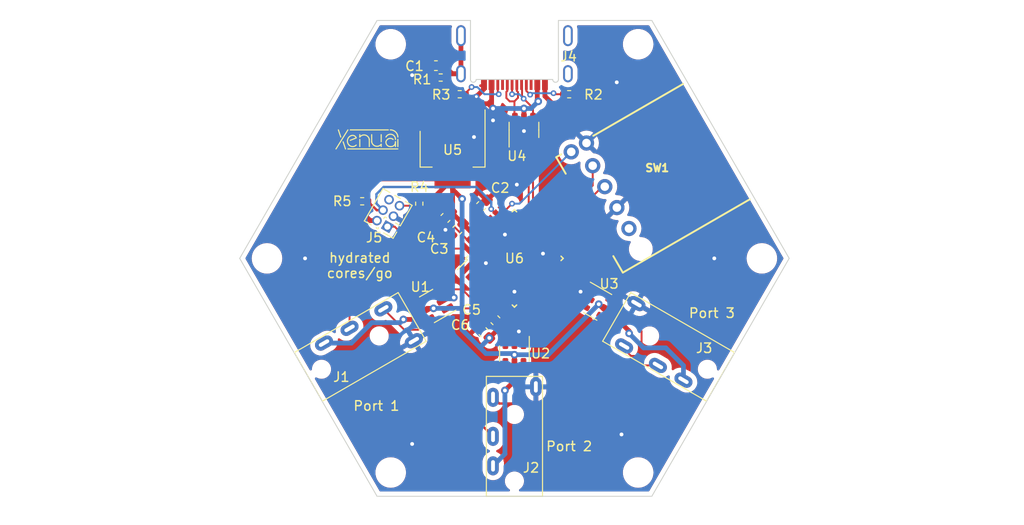
<source format=kicad_pcb>
(kicad_pcb (version 20211014) (generator pcbnew)

  (general
    (thickness 1.6)
  )

  (paper "A4")
  (layers
    (0 "F.Cu" signal)
    (31 "B.Cu" signal)
    (32 "B.Adhes" user "B.Adhesive")
    (33 "F.Adhes" user "F.Adhesive")
    (34 "B.Paste" user)
    (35 "F.Paste" user)
    (36 "B.SilkS" user "B.Silkscreen")
    (37 "F.SilkS" user "F.Silkscreen")
    (38 "B.Mask" user)
    (39 "F.Mask" user)
    (40 "Dwgs.User" user "User.Drawings")
    (41 "Cmts.User" user "User.Comments")
    (42 "Eco1.User" user "User.Eco1")
    (43 "Eco2.User" user "User.Eco2")
    (44 "Edge.Cuts" user)
    (45 "Margin" user)
    (46 "B.CrtYd" user "B.Courtyard")
    (47 "F.CrtYd" user "F.Courtyard")
    (48 "B.Fab" user)
    (49 "F.Fab" user)
    (50 "User.1" user)
    (51 "User.2" user)
    (52 "User.3" user)
    (53 "User.4" user)
    (54 "User.5" user)
    (55 "User.6" user)
    (56 "User.7" user)
    (57 "User.8" user)
    (58 "User.9" user)
  )

  (setup
    (stackup
      (layer "F.SilkS" (type "Top Silk Screen"))
      (layer "F.Paste" (type "Top Solder Paste"))
      (layer "F.Mask" (type "Top Solder Mask") (thickness 0.01))
      (layer "F.Cu" (type "copper") (thickness 0.035))
      (layer "dielectric 1" (type "core") (thickness 1.51) (material "FR4") (epsilon_r 4.5) (loss_tangent 0.02))
      (layer "B.Cu" (type "copper") (thickness 0.035))
      (layer "B.Mask" (type "Bottom Solder Mask") (thickness 0.01))
      (layer "B.Paste" (type "Bottom Solder Paste"))
      (layer "B.SilkS" (type "Bottom Silk Screen"))
      (copper_finish "None")
      (dielectric_constraints no)
    )
    (pad_to_mask_clearance 0)
    (pcbplotparams
      (layerselection 0x00010fc_ffffffff)
      (disableapertmacros false)
      (usegerberextensions false)
      (usegerberattributes true)
      (usegerberadvancedattributes true)
      (creategerberjobfile true)
      (svguseinch false)
      (svgprecision 6)
      (excludeedgelayer true)
      (plotframeref false)
      (viasonmask false)
      (mode 1)
      (useauxorigin false)
      (hpglpennumber 1)
      (hpglpenspeed 20)
      (hpglpendiameter 15.000000)
      (dxfpolygonmode true)
      (dxfimperialunits true)
      (dxfusepcbnewfont true)
      (psnegative false)
      (psa4output false)
      (plotreference true)
      (plotvalue true)
      (plotinvisibletext false)
      (sketchpadsonfab false)
      (subtractmaskfromsilk false)
      (outputformat 1)
      (mirror false)
      (drillshape 1)
      (scaleselection 1)
      (outputdirectory "")
    )
  )

  (net 0 "")
  (net 1 "Net-(C1-Pad1)")
  (net 2 "GND")
  (net 3 "Net-(C2-Pad2)")
  (net 4 "+3V3")
  (net 5 "Net-(J1-PadR1)")
  (net 6 "Net-(J1-PadR2)")
  (net 7 "Net-(J2-PadR1)")
  (net 8 "Net-(J2-PadR2)")
  (net 9 "Net-(J3-PadR1)")
  (net 10 "Net-(J3-PadR2)")
  (net 11 "/SWDIO")
  (net 12 "/RST")
  (net 13 "/SWCLK")
  (net 14 "unconnected-(J5-Pad6)")
  (net 15 "Net-(J4-PadA5)")
  (net 16 "Net-(J4-PadB5)")
  (net 17 "/P1_SCL")
  (net 18 "/P1_SDA")
  (net 19 "/P2_SCL")
  (net 20 "/P2_SDA")
  (net 21 "/P3_SCL")
  (net 22 "/P3_SDA")
  (net 23 "/USBD-")
  (net 24 "/USBD+")
  (net 25 "/DP")
  (net 26 "VBUS")
  (net 27 "/DM")
  (net 28 "unconnected-(U6-Pad1)")
  (net 29 "unconnected-(U6-Pad2)")
  (net 30 "unconnected-(U6-Pad3)")
  (net 31 "unconnected-(U6-Pad4)")
  (net 32 "unconnected-(U6-Pad7)")
  (net 33 "unconnected-(U6-Pad8)")
  (net 34 "unconnected-(U6-Pad13)")
  (net 35 "unconnected-(U6-Pad14)")
  (net 36 "unconnected-(U6-Pad15)")
  (net 37 "unconnected-(U6-Pad16)")
  (net 38 "unconnected-(U6-Pad22)")
  (net 39 "unconnected-(U6-Pad27)")
  (net 40 "unconnected-(J4-PadA8)")
  (net 41 "unconnected-(J4-PadB8)")
  (net 42 "/SW1")
  (net 43 "/SW_A")
  (net 44 "/SW_B")
  (net 45 "unconnected-(U6-Pad21)")

  (footprint "Package_TO_SOT_SMD:SOT-23-6" (layer "F.Cu") (at 187 52 -150))

  (footprint "pj320a:Jack_3.5mm_PJ320A_Horizontal" (layer "F.Cu") (at 175.229681 58.65 30))

  (footprint "MountingHole:MountingHole_2.2mm_M2_DIN965" (layer "F.Cu") (at 208.5 69.5))

  (footprint "Package_TO_SOT_SMD:SOT-23-6" (layer "F.Cu") (at 195.5 57 -90))

  (footprint "MountingHole:MountingHole_2.2mm_M2_DIN965" (layer "F.Cu") (at 182.5 24.5))

  (footprint "Resistor_SMD:R_0402_1005Metric_Pad0.72x0.64mm_HandSolder" (layer "F.Cu") (at 185.5 41.25 -90))

  (footprint "Resistor_SMD:R_0402_1005Metric_Pad0.72x0.64mm_HandSolder" (layer "F.Cu") (at 189.75 29.75))

  (footprint "Capacitor_SMD:C_0603_1608Metric_Pad1.08x0.95mm_HandSolder" (layer "F.Cu") (at 192.25 54.75 135))

  (footprint "MountingHole:MountingHole_2.2mm_M2_DIN965" (layer "F.Cu") (at 208.5 24.5))

  (footprint "Capacitor_SMD:C_0603_1608Metric_Pad1.08x0.95mm_HandSolder" (layer "F.Cu") (at 189.5 44 -135))

  (footprint "Package_TO_SOT_SMD:SOT-23-6" (layer "F.Cu") (at 196.5 33.5 90))

  (footprint "MountingHole:MountingHole_2.2mm_M2_DIN965" (layer "F.Cu") (at 169.5 47))

  (footprint "Resistor_SMD:R_0402_1005Metric_Pad0.72x0.64mm_HandSolder" (layer "F.Cu") (at 201.25 29.75))

  (footprint "Capacitor_SMD:C_0603_1608Metric_Pad1.08x0.95mm_HandSolder" (layer "F.Cu") (at 187.25 26.75 180))

  (footprint "Capacitor_SMD:C_0603_1608Metric_Pad1.08x0.95mm_HandSolder" (layer "F.Cu") (at 192 41.5 -135))

  (footprint "Resistor_SMD:R_0402_1005Metric_Pad0.72x0.64mm_HandSolder" (layer "F.Cu") (at 187.75 28 180))

  (footprint "xenua:USB_C_Receptacle_GCT_USB4510" (layer "F.Cu") (at 195.5 22 180))

  (footprint "pj320a:Jack_3.5mm_PJ320A_Horizontal" (layer "F.Cu") (at 215.770319 58.65 150))

  (footprint "pj320a:Jack_3.5mm_PJ320A_Horizontal" (layer "F.Cu") (at 195.5 70.4 90))

  (footprint "xenua:EVQWGD001" (layer "F.Cu") (at 210.5 37.75 30))

  (footprint "xenua:sig" (layer "F.Cu") (at 176.75 35.5))

  (footprint "Package_QFP:TQFP-32_7x7mm_P0.8mm" (layer "F.Cu") (at 195.5 47 45))

  (footprint "Package_TO_SOT_SMD:SOT-223-3_TabPin2" (layer "F.Cu") (at 189 35.5 -90))

  (footprint "Capacitor_SMD:C_0603_1608Metric_Pad1.08x0.95mm_HandSolder" (layer "F.Cu") (at 188.25 42.75 -135))

  (footprint "Connector_PinHeader_1.27mm:PinHeader_2x03_P1.27mm_Vertical" (layer "F.Cu") (at 182.153766 43.666683 150))

  (footprint "MountingHole:MountingHole_2.2mm_M2_DIN965" (layer "F.Cu") (at 182.5 69.5))

  (footprint "Resistor_SMD:R_0402_1005Metric_Pad0.72x0.64mm_HandSolder" (layer "F.Cu") (at 179.5 41 180))

  (footprint "Package_TO_SOT_SMD:SOT-23-6" (layer "F.Cu") (at 204.25 51.75 -30))

  (footprint "MountingHole:MountingHole_2.2mm_M2_DIN965" (layer "F.Cu") (at 221.5 47))

  (footprint "Capacitor_SMD:C_0603_1608Metric_Pad1.08x0.95mm_HandSolder" (layer "F.Cu") (at 193.5 53.5 135))

  (gr_line (start 195.5 28.3) (end 196.5 28.3) (layer "Dwgs.User") (width 0.15) (tstamp 31bd80de-4bb5-4c77-a663-2affc4147372))
  (gr_line (start 195.5 28.3) (end 194.5 28.3) (layer "Dwgs.User") (width 0.15) (tstamp 944dbd01-505d-494d-9f63-f2c8bd1db418))
  (gr_line (start 224.368 47) (end 209.934 72) (layer "Edge.Cuts") (width 0.1) (tstamp 0743bc59-afe2-4752-9e56-a24822d18aaa))
  (gr_line (start 181.066 22) (end 166.632 47) (layer "Edge.Cuts") (width 0.1) (tstamp 473ddb9d-3e9e-4912-a8c3-fb5b4dbbf8df))
  (gr_line (start 200.12 22) (end 209.934 22) (layer "Edge.Cuts") (width 0.1) (tstamp a6571e26-fdcf-48c3-8604-da94c9af25e8))
  (gr_line (start 181.066 72) (end 209.934 72) (layer "Edge.Cuts") (width 0.1) (tstamp c8afab4b-9964-4341-bc31-892e7e579723))
  (gr_line (start 224.368 47) (end 209.934 22) (layer "Edge.Cuts") (width 0.1) (tstamp dd35352e-d89e-484d-bef8-bac58c66a85a))
  (gr_line (start 166.632 47) (end 181.066 72) (layer "Edge.Cuts") (width 0.1) (tstamp ee989edf-8027-449d-bb77-fbb7e3e7649d))
  (gr_line (start 181.066 22) (end 190.88 22) (layer "Edge.Cuts") (width 0.1) (tstamp f46c70dd-2f86-4294-a0b2-5b136aa818ef))
  (gr_text "Port 3" (at 216.25 52.75) (layer "F.SilkS") (tstamp 5766246d-539d-4256-86a4-9f8349610f84)
    (effects (font (size 1 1) (thickness 0.15)))
  )
  (gr_text "hydrated\ncores/go" (at 179.25 47.75) (layer "F.SilkS") (tstamp 7aeda96c-46b8-4006-b414-502a4fefdd07)
    (effects (font (size 1 1) (thickness 0.15)))
  )
  (gr_text "Port 2" (at 201.25 66.75) (layer "F.SilkS") (tstamp 9148d79b-a1b9-4ec5-ae49-7b2d5d0299a9)
    (effects (font (size 1 1) (thickness 0.15)))
  )
  (gr_text "Port 1" (at 181 62.5) (layer "F.SilkS") (tstamp e577fdcc-c176-4b4b-a228-e30f5b47f147)
    (effects (font (size 1 1) (thickness 0.15)))
  )

  (segment (start 189.88 27.6) (end 188.7475 27.6) (width 0.5) (layer "F.Cu") (net 1) (tstamp 3f1b46a9-de00-44b6-b302-95ba5d4fc7be))
  (segment (start 189.88 27.6) (end 188.9625 27.6) (width 0.5) (layer "F.Cu") (net 1) (tstamp 696e0eb6-f485-454f-b142-a24b3e59a953))
  (segment (start 189.88 23.6) (end 189.88 27.6) (width 0.5) (layer "F.Cu") (net 1) (tstamp 8ef27395-8f02-4464-91f7-6df2b86cc43f))
  (segment (start 188.7475 27.6) (end 188.3475 28) (width 0.5) (layer "F.Cu") (net 1) (tstamp a8438cf0-2b94-4a9d-8963-c8f4621cc31d))
  (segment (start 188.9625 27.6) (end 188.1125 26.75) (width 0.5) (layer "F.Cu") (net 1) (tstamp d354ecac-b3bc-4fed-903e-10d10882139b))
  (segment (start 188.85988 44.60988) (end 188.25 44) (width 0.5) (layer "F.Cu") (net 2) (tstamp 03719843-5435-4291-8e92-d5b393806fb9))
  (segment (start 187.64012 43.35988) (end 187.64012 43.60988) (width 0.5) (layer "F.Cu") (net 2) (tstamp 11dc4169-9f40-4605-8579-68c147f18d6b))
  (segment (start 196.171573 50.5) (end 195.5 50.5) (width 0.5) (layer "F.Cu") (net 2) (tstamp 19231caf-260d-414a-8f99-844fa96fa85d))
  (segment (start 191.3 32.35) (end 191.3 34.2) (width 0.5) (layer "F.Cu") (net 2) (tstamp 1ef98e3c-1ed0-4ea3-997b-56d6e4637e06))
  (segment (start 203.13075 51.18125) (end 202.4495 50.5) (width 0.5) (layer "F.Cu") (net 2) (tstamp 215ce0f6-5af5-4b67-ae69-b288192d34e1))
  (segment (start 201.8475 29.9025) (end 201 30.75) (width 0.5) (layer "F.Cu") (net 2) (tstamp 27f54d44-db75-494a-bf17-28711be56dd5))
  (segment (start 201 30.75) (end 199.5 30.75) (width 0.5) (layer "F.Cu") (net 2) (tstamp 3367fb38-f56e-440d-91f9-dfa690d3f082))
  (segment (start 188.89012 44.60988) (end 188.85988 44.60988) (width 0.5) (layer "F.Cu") (net 2) (tstamp 3a447120-bb13-4c44-a114-ff648619224b))
  (segment (start 191.64012 54.14012) (end 191.34012 54.14012) (width 0.5) (layer "F.Cu") (net 2) (tstamp 4301754c-6d5d-4383-afc6-8c9a9e772a4c))
  (segment (start 191.3 32.35) (end 193.1 32.35) (width 0.5) (layer "F.Cu") (net 2) (tstamp 55f1c4af-adb5-49e0-ace7-9fc384f5d29d))
  (segment (start 193.565686 44.5) (end 194.5 44.5) (width 0.5) (layer "F.Cu") (net 2) (tstamp 671095b0-ed5a-4ae7-ac85-9ee83cba59d8))
  (segment (start 187.64012 43.39012) (end 188.25 44) (width 0.5) (layer "F.Cu") (net 2) (tstamp 6fc9f2c2-bef9-48e2-9027-eb42ac7b78fe))
  (segment (start 193.1 32.35) (end 193.25 32.5) (width 0.5) (layer "F.Cu") (net 2) (tstamp 76bbad38-00e2-41b2-9ddd-aff8d95e873f))
  (segment (start 187.64012 43.35988) (end 187.64012 43.39012) (width 0.5) (layer "F.Cu") (net 2) (tstamp 8143a189-78e8-4949-9928-620769923d07))
  (segment (start 192.777639 43.711953) (end 193.565686 44.5) (width 0.5) (layer "F.Cu") (net 2) (tstamp 844267ab-0c59-45ad-9cf9-19c1e73a2831))
  (segment (start 191.3 32.35) (end 191.3 32.45) (width 0.5) (layer "F.Cu") (net 2) (tstamp 86b0791e-e64d-41a6-9b4e-9b2d1dee1dac))
  (segment (start 192.3 28.75) (end 192.3 29.200489) (width 0.5) (layer "F.Cu") (net 2) (tstamp 8732a11f-3ef6-4396-b98d-830ac6bfa2c8))
  (segment (start 198.7 29.95) (end 198.7 28.75) (width 0.5) (layer "F.Cu") (net 2) (tstamp 89e4cfba-750c-4083-acc4-ed21bb6833df))
  (segment (start 188.296732 51.119622) (end 189.130378 51.119622) (width 0.5) (layer "F.Cu") (net 2) (tstamp 976eff56-3816-452d-9c77-d211b78adaef))
  (segment (start 187.985104 51.43125) (end 188.296732 51.119622) (width 0.5) (layer "F.Cu") (net 2) (tstamp 9821fdbc-a1cd-4bf4-b25b-5f699978c34b))
  (segment (start 191.3 34.2) (end 191.25 34.25) (width 0.5) (layer "F.Cu") (net 2) (tstamp 9a5c3670-eaa7-4dcf-9286-43ba42ac67e7))
  (segment (start 196.5 34.6375) (end 196.5 33.6245) (width 0.5) (layer "F.Cu") (net 2) (tstamp a3af9b14-6380-4eca-a818-510262168f6c))
  (segment (start 203.264896 51.18125) (end 203.13075 51.18125) (width 0.5) (layer "F.Cu") (net 2) (tstamp a6e977e2-d6fd-497d-8dbf-799018d7fc04))
  (segment (start 192.60988 40.89012) (end 192.85988 40.89012) (width 0.5) (layer "F.Cu") (net 2) (tstamp b9c85551-8712-46b2-8570-ce78df9e2527))
  (segment (start 199.5 30.75) (end 198.7 29.95) (width 0.5) (layer "F.Cu") (net 2) (tstamp bb5948b2-3dac-442f-abc5-abb89dbc4ff5))
  (segment (start 195.5 55.8625) (end 195.5 55.144439) (width 0.5) (layer "F.Cu") (net 2) (tstamp bd5982a1-f298-433e-aa00-1ad636989dff))
  (segment (start 197.09099 51.419417) (end 196.171573 50.5) (width 0.5) (layer "F.Cu") (net 2) (tstamp cb6c4e8c-26d9-4358-bd61-00ae2e9a6b1a))
  (segment (start 201.8475 29.75) (end 201.8475 29.9025) (width 0.5) (layer "F.Cu") (net 2) (tstamp d0f6e10f-1fd2-416c-88b9-9d59eb93655c))
  (segment (start 192.3 29.200489) (end 191.5 30.000489) (width 0.5) (layer "F.Cu") (net 2) (tstamp d2070829-6614-4d36-90ec-2c8dd2f421fd))
  (segment (start 191.3 32.45) (end 191.25 32.5) (width 0.5) (layer "F.Cu") (net 2) (tstamp e8fa3293-2de2-4a5a-9283-356607904c7c))
  (segment (start 195.5 55.144439) (end 195.964813 54.679626) (width 0.5) (layer "F.Cu") (net 2) (tstamp fae566e4-cd29-42fd-a0cf-1046552b93b0))
  (via (at 216.5 47) (size 0.8) (drill 0.4) (layers "F.Cu" "B.Cu") (free) (net 2) (tstamp 03236581-83d5-46f9-9b92-dfba08a17e3e))
  (via (at 191.25 34.25) (size 0.8) (drill 0.4) (layers "F.Cu" "B.Cu") (net 2) (tstamp 1c4bf035-050b-405c-bea5-ceb3db0151fd))
  (via (at 195.964813 54.679626) (size 0.8) (drill 0.4) (layers "F.Cu" "B.Cu") (net 2) (tstamp 2eb2e4d3-f2ce-4f29-9070-1c4837a13861))
  (via (at 188.25 44) (size 0.8) (drill 0.4) (layers "F.Cu" "B.Cu") (net 2) (tstamp 2fe521ff-d6d1-4c05-8296-4c946423024c))
  (via (at 194.5 44.5) (size 0.8) (drill 0.4) (layers "F.Cu" "B.Cu") (free) (net 2) (tstamp 3b4c2257-f4dd-4ad9-b415-910c47910fb8))
  (via (at 192.5 47.5) (size 0.8) (drill 0.4) (layers "F.Cu" "B.Cu") (free) (net 2) (tstamp 43044d53-b707-4d3a-afb5-42d6b6af2e7c))
  (via (at 195.5 50.5) (size 0.8) (drill 0.4) (layers "F.Cu" "B.Cu") (free) (net 2) (tstamp 6431d07b-1cc3-48bf-98c9-a73b1e3fc17b))
  (via (at 173.5 47) (size 0.8) (drill 0.4) (layers "F.Cu" "B.Cu") (free) (net 2) (tstamp 841a072b-b3fa-45b8-a76b-f9a5c81a1364))
  (via (at 191.5 30.000489) (size 0.6) (drill 0.3) (layers "F.Cu" "B.Cu") (net 2) (tstamp 91f3669f-b5e2-4adf-afb0-e37eed958e60))
  (via (at 202.4495 50.5) (size 0.8) (drill 0.4) (layers "F.Cu" "B.Cu") (net 2) (tstamp 9707b9bf-a5fc-4e09-aebe-5bc06e829499))
  (via (at 206.75 65.5) (size 0.8) (drill 0.4) (layers "F.Cu" "B.Cu") (free) (net 2) (tstamp adb90deb-6853-4230-a382-6c8831b3f4f3))
  (via (at 198.5 46.5) (size 0.8) (drill 0.4) (layers "F.Cu" "B.Cu") (free) (net 2) (tstamp b439546a-c621-4887-b3aa-bc0ca20da5cb))
  (via (at 189.130378 51.119622) (size 0.8) (drill 0.4) (layers "F.Cu" "B.Cu") (net 2) (tstamp b6eda8ee-c639-4010-a71e-f418426c448a))
  (via (at 195.75 39.25) (size 0.8) (drill 0.4) (layers "F.Cu" "B.Cu") (free) (net 2) (tstamp bc4305ae-ca06-4789-823d-45aef5e290e2))
  (via (at 184.75 27.75) (size 0.8) (drill 0.4) (layers "F.Cu" "B.Cu") (free) (net 2) (tstamp c490a0cc-a139-4ae9-b6ad-1f989dec564b))
  (via (at 193.25 32.5) (size 0.8) (drill 0.4) (layers "F.Cu" "B.Cu") (net 2) (tstamp c569fb6a-628e-48b4-805b-d04f577f815a))
  (via (at 196.5 33.6245) (size 0.8) (drill 0.4) (layers "F.Cu" "B.Cu") (net 2) (tstamp d52eb3e6-c3f0-4f18-ac0b-40f1f9e6fd5e))
  (via (at 206.25 28.5) (size 0.8) (drill 0.4) (layers "F.Cu" "B.Cu") (free) (net 2) (tstamp f0d4f2d5-ebc4-472c-9ad0-46e60ab32a6a))
  (via (at 184.75 66.5) (size 0.8) (drill 0.4) (layers "F.Cu" "B.Cu") (free) (net 2) (tstamp fd8cd4a1-8cce-4033-93c0-c4b68cc71c6b))
  (segment (start 192.211953 44.277639) (end 191.39012 43.455806) (width 0.3) (layer "F.Cu") (net 3) (tstamp 1bd98adf-6059-495f-94b7-9f4ef4e778fb))
  (segment (start 191.39012 43.455806) (end 191.39012 42.10988) (width 0.3) (layer "F.Cu") (net 3) (tstamp 22f790b9-c1d9-412d-ac0e-7bd254369216))
  (segment (start 190.10988 43.39012) (end 188.85988 42.14012) (width 0.5) (layer "F.Cu") (net 4) (tstamp 0376f97d-4fda-40e2-8ae7-be256dd0b17a))
  (segment (start 205.235104 52.31875) (end 204.864321 52.31875) (width 0.5) (layer "F.Cu") (net 4) (tstamp 04cd1be7-98f7-4cec-9bc2-093fcec1606d))
  (segment (start 189 38.65) (end 189 42) (width 0.5) (layer "F.Cu") (net 4) (tstamp 04d8fd5a-af67-40da-a8c2-f7fab9d79c3b))
  (segment (start 180.346808 43.031683) (end 181.053914 43.031683) (width 0.5) (layer "F.Cu") (net 4) (tstamp 05c774ee-1959-4a16-b1aa-463d07c36000))
  (segment (start 178.9025 39.5975) (end 178.9025 41) (width 0.5) (layer "F.Cu") (net 4) (tstamp 0b25d268-c1de-4944-b54c-bbdbe2b2ccd7))
  (segment (start 191.646268 44.843324) (end 191.563084 44.843324) (width 0.5) (layer "F.Cu") (net 4) (tstamp 23bdbd44-4a30-4d2c-b3c5-4d4dfb6ad7d1))
  (segment (start 186.014896 52.56875) (end 185.165399 53.418247) (width 0.5) (layer "F.Cu") (net 4) (tstamp 32dcc70a-1e38-4dff-8bd2-7fe6cd7ba6cd))
  (segment (start 195.5 58.1375) (end 195.5 59.8755) (width 0.5) (layer "F.Cu") (net 4) (tstamp 37df637f-662f-40f0-adc0-7d1db39f5ebd))
  (segment (start 189 32.35) (end 189 38.65) (width 0.5) (layer "F.Cu") (net 4) (tstamp 37ffdb94-6f74-4094-8d04-8477df25c710))
  (segment (start 187 52.25) (end 186.333646 52.25) (width 0.5) (layer "F.Cu") (net 4) (tstamp 4fd2be35-f3dc-4152-8d6b-941d855e1521))
  (segment (start 185.5 40.6525) (end 186.9975 40.6525) (width 0.5) (layer "F.Cu") (net 4) (tstamp 5a39367f-3e07-4291-b768-0eec713e54da))
  (segment (start 189 39.75) (end 190 40.75) (width 0.5) (layer "F.Cu") (net 4) (tstamp 5f0d7789-3d8e-4525-b01d-b4b0497082e8))
  (segment (start 191.563084 44.843324) (end 190.10988 43.39012) (width 0.5) (layer "F.Cu") (net 4) (tstamp 653c887b-6912-4e12-9d5b-b353929ef1fc))
  (segment (start 205.235104 52.31875) (end 205.31875 52.31875) (width 0.5) (layer "F.Cu") (net 4) (tstamp 6a1464e6-525c-4f06-8066-5df619f0f8e1))
  (segment (start 189 42) (end 188.85988 42.14012) (width 0.5) (layer "F.Cu") (net 4) (tstamp 80b217b0-d0e1-4411-b435-32e96c858e1f))
  (segment (start 196.234657 51.985103) (end 194.10988 54.10988) (width 0.5) (layer "F.Cu") (net 4) (tstamp 83428e0e-6169-45e1-8979-696ca9eea4f3))
  (segment (start 204.864321 52.31875) (end 204.357821 51.81225) (width 0.5) (layer "F.Cu") (net 4) (tstamp 87595e44-a48a-4a99-85f5-ef2ea90c9e37))
  (segment (start 207.5505 54.634146) (end 207.5505 54.880378) (width 0.5) (layer "F.Cu") (net 4) (tstamp 8b5bfda2-79a7-4762-a6d8-16647750378e))
  (segment (start 205.235104 52.31875) (end 207.5505 54.634146) (width 0.5) (layer "F.Cu") (net 4) (tstamp 9e999c9d-e058-4f07-9aa3-a9dc594b76bf))
  (segment (start 189 38.65) (end 179.85 38.65) (width 0.5) (layer "F.Cu") (net 4) (tstamp a7b7c2bc-370b-479f-abce-4c34481bb786))
  (segment (start 196.525305 51.985103) (end 196.234657 51.985103) (width 0.5) (layer "F.Cu") (net 4) (tstamp a9eb8cd6-d2df-495d-97f8-cf25705e5da3))
  (segment (start 178.9025 41) (end 178.9025 41.587375) (width 0.5) (layer "F.Cu") (net 4) (tstamp ab021000-6b5b-43ea-b7a1-ecc24ef9d51a))
  (segment (start 179.85 38.65) (end 178.9025 39.5975) (width 0.5) (layer "F.Cu") (net 4) (tstamp ac9a04f9-189d-453a-af6b-7bad155ec96b))
  (segment (start 195.5 59.8755) (end 194.5 60.8755) (width 0.5) (layer "F.Cu") (net 4) (tstamp b98b2aa4-f17c-4944-a63b-517efd27344b))
  (segment (start 178.9025 41.587375) (end 180.346808 43.031683) (width 0.5) (layer "F.Cu") (net 4) (tstamp bccd5a46-1da8-4bf1-9b2a-fb1f16fc8920))
  (segment (start 194.10988 54.10988) (end 192.85988 55.35988) (width 0.5) (layer "F.Cu") (net 4) (tstamp c71cbc25-a226-480e-9120-4c90056547ed))
  (segment (start 186.9975 40.6525) (end 189 38.65) (width 0.5) (layer "F.Cu") (net 4) (tstamp d0f049fb-26c8-40cf-b864-89ecd411f7f5))
  (segment (start 185.165399 53.418247) (end 183.831753 53.418247) (width 0.5) (layer "F.Cu") (net 4) (tstamp db128544-f66c-42f4-beb9-1d8c80c15d88))
  (segment (start 186.333646 52.25) (end 186.014896 52.56875) (width 0.5) (layer "F.Cu") (net 4) (tstamp f358ac6b-17e0-4c47-9f05-8773630c08f8))
  (segment (start 195.5 58.1375) (end 195.5 57.1245) (width 0.5) (layer "F.Cu") (net 4) (tstamp fa5ea037-1b76-4529-80bf-e23d4b9a0e7b))
  (segment (start 189 38.65) (end 189 39.75) (width 0.5) (layer "F.Cu") (net 4) (tstamp fa65d098-5ecb-45ca-921d-eeb8930cd867))
  (via (at 207.5505 54.880378) (size 0.8) (drill 0.4) (layers "F.Cu" "B.Cu") (net 4) (tstamp 15841606-09ac-42c9-ac6d-455675705d16))
  (via (at 192.85988 55.35988) (size 0.8) (drill 0.4) (layers "F.Cu" "B.Cu") (net 4) (tstamp 1c637a12-9164-4b3f-bfa5-f05fb9034af2))
  (via (at 190 40.75) (size 0.8) (drill 0.4) (layers "F.Cu" "B.Cu") (net 4) (tstamp 1fd275a0-197e-4d60-9ea7-4acf500af443))
  (via (at 195.5 57.1245) (size 0.8) (drill 0.4) (layers "F.Cu" "B.Cu") (net 4) (tstamp 3cf37809-8882-441f-bd8e-11eadeb9b4f2))
  (via (at 194.5 60.8755) (size 0.8) (drill 0.4) (layers "F.Cu" "B.Cu") (net 4) (tstamp 4e3faa3b-685b-4b59-bbf2-b4a54ad2dfc1))
  (via (at 183.831753 53.418247) (size 0.8) (drill 0.4) (layers "F.Cu" "B.Cu") (net 4) (tstamp 60d2675f-2544-4550-ba8e-d0ef2889d24f))
  (via (at 187 52.25) (size 0.8) (drill 0.4) (layers "F.Cu" "B.Cu") (net 4) (tstamp 88c5b4a9-3364-45ea-b9c0-bb33f0271133))
  (via (at 204.357821 51.81225) (size 0.8) (drill 0.4) (layers "F.Cu" "B.Cu") (net 4) (tstamp b9112406-6880-496a-8cf3-329d93d8abc3))
  (segment (start 199.045571 57.1245) (end 204.357821 51.81225) (width 0.5) (layer "B.Cu") (net 4) (tstamp 06ce9a2f-62c9-4ebd-81db-3fa9016ba633))
  (segment (start 190 40.75) (end 190 51.5) (width 0.5) (layer "B.Cu") (net 4) (tstamp 06cf9d8c-80ee-474a-9941-3419d77ef170))
  (segment (start 190 52.25) (end 187 52.25) (width 0.5) (layer "B.Cu") (net 4) (tstamp 0f2345df-1720-4a1d-8df4-9dea06adef0f))
  (segment (start 190 54.5) (end 191.875 56.375) (width 0.5) (layer "B.Cu") (net 4) (tstamp 19a9d3b5-5aa1-449e-ab8e-d103756ba404))
  (segment (start 191.875 56.375) (end 192.5 57) (width 0.5) (layer "B.Cu") (net 4) (tstamp 1c370c68-124e-4b3b-87da-08abf9cdb16f))
  (segment (start 183.831753 53.418247) (end 183.5 53.75) (width 0.5) (layer "B.Cu") (net 4) (tstamp 3808ff98-c381-4bc8-9063-5fab6223c5fb))
  (segment (start 180.515644 53.75) (end 178.364201 55.901443) (width 0.5) (layer "B.Cu") (net 4) (tstamp 3f9a7152-7e4a-4640-b4c9-cab06e70526d))
  (segment (start 192.5 57) (end 195.3755 57) (width 0.5) (layer "B.Cu") (net 4) (tstamp 41eb36ad-85e7-4f39-8dca-cb50bceb3b2a))
  (segment (start 207.5505 54.880378) (end 209.070122 56.4) (width 0.5) (layer "B.Cu") (net 4) (tstamp 48c439fd-8a6d-4e60-bfad-1018cdb1bb64))
  (segment (start 209.070122 56.4) (end 211.4 56.4) (width 0.5) (layer "B.Cu") (net 4) (tstamp 6a72969c-584a-408a-8c75-b04f16c58fd0))
  (segment (start 194.500479 67.549521) (end 193.25 68.8) (width 0.5) (layer "B.Cu") (net 4) (tstamp 6caa2e3f-ef48-497a-bf14-515d1d49eab1))
  (segment (start 194.5 67.549042) (end 194.500479 67.549521) (width 0.5) (layer "B.Cu") (net 4) (tstamp 8432ad66-11f6-4e42-a8a0-b21c4ff6140a))
  (segment (start 183.5 53.75) (end 180.515644 53.75) (width 0.5) (layer "B.Cu") (net 4) (tstamp 8ed34d6f-8f07-44c1-a2a3-f184d6d9a08f))
  (segment (start 195.3755 57) (end 195.5 57.1245) (width 0.5) (layer "B.Cu") (net 4) (tstamp 933a5253-1d0e-4516-b330-14ba65ca36d4))
  (segment (start 195.5 57.1245) (end 199.045571 57.1245) (width 0.5) (layer "B.Cu") (net 4) (tstamp ab21e7a8-ef62-40a0-a378-209c765cc4bb))
  (segment (start 204.357821 51.81225) (end 204.357821 51.892179) (width 0.5) (layer "B.Cu") (net 4) (tstamp b47a98da-d24c-4742-b64e-3ffd9972ce0f))
  (segment (start 211.4 56.4) (end 213.259678 58.259678) (width 0.5) (layer "B.Cu") (net 4) (tstamp b6af3339-77e3-4805-9423-056f5e2a366f))
  (segment (start 213.259678 58.259678) (end 213.259678 59.798557) (width 0.5) (layer "B.Cu") (net 4) (tstamp be23aa73-d1da-4488-a1e1-b3cf08c1510c))
  (segment (start 190 52.25) (end 190 54.5) (width 0.5) (layer "B.Cu") (net 4) (tstamp c60c4acf-3d6f-48da-b735-ac7a7ae5c6f8))
  (segment (start 192.85988 55.35988) (end 192.85988 55.39012) (width 0.5) (layer "B.Cu") (net 4) (tstamp cfc1a7f1-4f5f-4e2a-9495-cffc1dc92ace))
  (segment (start 190 51.5) (end 190 52.25) (width 0.5) (layer "B.Cu") (net 4) (tstamp d648426c-8d06-4374-a9d5-f0dd792d2bcf))
  (segment (start 178.364201 55.901443) (end 175.490322 55.901443) (width 0.5) (layer "B.Cu") (net 4) (tstamp e5ad5b73-1a14-43b4-b264-e78da8de87af))
  (segment (start 194.5 60.8755) (end 194.5 67.549042) (width 0.5) (layer "B.Cu") (net 4) (tstamp ef8deca4-cde3-44ed-8f08-1405b9ee4373))
  (segment (start 192.85988 55.39012) (end 191.875 56.375) (width 0.5) (layer "B.Cu") (net 4) (tstamp fb96b022-c681-407f-ac0d-f5be84121c37))
  (segment (start 186.489896 53.391474) (end 185.38137 54.5) (width 0.2) (layer "F.Cu") (net 5) (tstamp 353d10af-18da-4a76-9647-8341271e9bc7))
  (segment (start 183.924262 54.5) (end 181.725705 52.301443) (width 0.2) (layer "F.Cu") (net 5) (tstamp 9db3c135-a7d1-4169-863d-387a1cae1452))
  (segment (start 185.38137 54.5) (end 183.924262 54.5) (width 0.2) (layer "F.Cu") (net 5) (tstamp c11d72ca-3e41-4275-9076-51eecae6a09c))
  (segment (start 184.29387 50.5) (end 180.5 50.5) (width 0.2) (layer "F.Cu") (net 6) (tstamp 28735097-78ba-4ee8-81ae-409197c70305))
  (segment (start 185.539896 51.746026) (end 184.29387 50.5) (width 0.2) (layer "F.Cu") (net 6) (tstamp 53af02fe-5e71-4006-828c-d42765cd6a8f))
  (segment (start 180.5 50.5) (end 178.175 52.825) (width 0.2) (layer "F.Cu") (net 6) (tstamp c6c2dde5-ac0c-4e64-8327-e95b073235c7))
  (segment (start 178.175 52.825) (end 178.175 54.351443) (width 0.2) (layer "F.Cu") (net 6) (tstamp f4b1fa00-7406-401d-8a77-cbd0708ac181))
  (segment (start 193.9 62.25) (end 193.25 61.6) (width 0.25) (layer "F.Cu") (net 7) (tstamp 4eefa2b9-0a99-4c31-a73e-dce3db494272))
  (segment (start 196.45 61.55) (end 195.75 62.25) (width 0.25) (layer "F.Cu") (net 7) (tstamp 86e056d6-76c2-4709-978d-24c455de32ce))
  (segment (start 196.45 58.1375) (end 196.45 61.55) (width 0.25) (layer "F.Cu") (net 7) (tstamp b44709c6-5ba2-4a10-89f2-e6e6dd62901a))
  (segment (start 195.75 62.25) (end 193.9 62.25) (width 0.25) (layer "F.Cu") (net 7) (tstamp da11773f-51dd-4c3c-9be6-17f5dce699bf))
  (segment (start 194.55 58.1375) (end 193.8625 58.1375) (width 0.25) (layer "F.Cu") (net 8) (tstamp 254f268c-baf2-4dbe-bb24-9eda39397444))
  (segment (start 191.75 60.25) (end 191.75 64.2) (width 0.25) (layer "F.Cu") (net 8) (tstamp 2ff79a41-9f22-4fe1-94d5-4ed29213b079))
  (segment (start 193.8625 58.1375) (end 191.75 60.25) (width 0.25) (layer "F.Cu") (net 8) (tstamp 5549b63e-a6a1-4dc2-962d-37089633fd05))
  (segment (start 191.75 64.2) (end 193.25 65.7) (width 0.25) (layer "F.Cu") (net 8) (tstamp c273d2f8-f30a-40a7-abbc-97e240c283ea))
  (segment (start 208.85862 56.64138) (end 208.25 57.25) (width 0.2) (layer "F.Cu") (net 9) (tstamp 1d6f050a-f57a-47b3-9039-742132347180))
  (segment (start 207.301443 56.198557) (end 207.024295 56.198557) (width 0.2) (layer "F.Cu") (net 9) (tstamp 4e810807-0c41-44d0-b199-6913bd173b53))
  (segment (start 205.710104 51.496026) (end 208.85862 54.644542) (width 0.2) (layer "F.Cu") (net 9) (tstamp 50ffd615-f10b-4253-8658-03703cd99dc3))
  (segment (start 208.85862 54.644542) (end 208.85862 56.64138) (width 0.2) (layer "F.Cu") (net 9) (tstamp 8f19969c-d17f-4d36-8870-0cd59273e49a))
  (segment (start 207.024295 56.524295) (end 207.024295 56.198557) (width 0.2) (layer "F.Cu") (net 9) (tstamp 9e1aa8af-9c73-4730-9440-30f30f24e1f0))
  (segment (start 207.75 57.25) (end 207.024295 56.524295) (width 0.2) (layer "F.Cu") (net 9) (tstamp aef5b95f-7975-4077-9de2-5cd69d34a894))
  (segment (start 208.25 57.25) (end 207.75 57.25) (width 0.2) (layer "F.Cu") (net 9) (tstamp dbbb410e-c8d2-4c29-9329-ac9fd20547c3))
  (segment (start 204.760104 53.141474) (end 204.760104 56.760104) (width 0.2) (layer "F.Cu") (net 10) (tstamp 09401383-4bc5-4bb2-b306-acda0cda34a5))
  (segment (start 204.760104 56.760104) (end 206.248557 58.248557) (width 0.2) (layer "F.Cu") (net 10) (tstamp 2a54ad79-ce49-4775-b894-c6c465703efd))
  (segment (start 206.248557 58.248557) (end 210.575 58.248557) (width 0.2) (layer "F.Cu") (net 10) (tstamp fbb243d1-c4af-4ee3-acac-1bb87f0b419f))
  (segment (start 185.224695 45.974695) (end 182.916683 43.666683) (width 0.2) (layer "F.Cu") (net 11) (tstamp 296ebd32-e25d-4bd3-a7a8-b8ebd7e26b00))
  (segment (start 182.916683 43.666683) (end 182.153766 43.666683) (width 0.2) (layer "F.Cu") (net 11) (tstamp 412a2419-90dc-42ae-88f1-174b8684a47f))
  (segment (start 190.514897 45.974695) (end 185.224695 45.974695) (width 0.2) (layer "F.Cu") (net 11) (tstamp ed467a56-dac6-42ac-a9df-e06eb1f09520))
  (segment (start 181.029331 41.931831) (end 180.0975 41) (width 0.25) (layer "F.Cu") (net 12) (tstamp 5a4791c9-b9ed-41f6-b265-552d18a43a2e))
  (segment (start 193.90901 42.580583) (end 193.824269 42.580583) (width 0.2) (layer "F.Cu") (net 12) (tstamp 6357d28d-fcbd-40b7-961f-a7d692fff642))
  (segment (start 193.824269 42.580583) (end 193.060275 41.816589) (width 0.2) (layer "F.Cu") (net 12) (tstamp 7e8c5425-170a-44fc-a23f-552d1e1bb870))
  (segment (start 181.688914 41.931831) (end 181.029331 41.931831) (width 0.25) (layer "F.Cu") (net 12) (tstamp ccc97130-bbf6-454d-940f-bd0a9632f06e))
  (via (at 193.060275 41.816589) (size 0.6) (drill 0.3) (layers "F.Cu" "B.Cu") (net 12) (tstamp 53fa3ef6-0a2b-41d2-b20d-15cb15e969b9))
  (segment (start 191.5 39.5) (end 193.060275 41.060275) (width 0.25) (layer "B.Cu") (net 12) (tstamp 134ed347-767a-447a-8bdc-ee68e573320f))
  (segment (start 181.75 39.5) (end 191.5 39.5) (width 0.25) (layer "B.Cu") (net 12) (tstamp 7010030d-2adb-4e30-ab63-b36f1f4c26fd))
  (segment (start 181 41.242917) (end 181 40.25) (width 0.25) (layer "B.Cu") (net 12) (tstamp 75b96414-c1ee-44a1-a2df-53f122350a25))
  (segment (start 181.688914 41.931831) (end 181 41.242917) (width 0.25) (layer "B.Cu") (net 12) (tstamp 81bebdcf-bfbb-44fc-8200-ec6a92487ddf))
  (segment (start 181 40.25) (end 181.75 39.5) (width 0.25) (layer "B.Cu") (net 12) (tstamp 82f99bb1-0875-4a9a-9ac1-5712d052d912))
  (segment (start 193.060275 41.060275) (end 193.060275 41.816589) (width 0.25) (layer "B.Cu") (net 12) (tstamp a352f24b-907d-4d9a-9eda-3e3aeac4974b))
  (segment (start 185.119478 41.466978) (end 183.423766 41.466978) (width 0.2) (layer "F.Cu") (net 13) (tstamp 06f044ff-7002-4904-b070-12615de2e004))
  (segment (start 187.3475 41.8475) (end 185.5 41.8475) (width 0.2) (layer "F.Cu") (net 13) (tstamp 0f6ab4cd-956a-4767-84ac-a5e850c1f202))
  (segment (start 185.5 41.8475) (end 185.119478 41.466978) (width 0.2) (layer "F.Cu") (net 13) (tstamp 49372423-06cc-42a9-bad7-851324c92eb0))
  (segment (start 191.080583 45.40901) (end 191.080583 45.330583) (width 0.2) (layer "F.Cu") (net 13) (tstamp 4e37322c-ddea-4cc7-9278-07ecb08ab408))
  (segment (start 183.423766 41.466978) (end 183.423766 41.076234) (width 0.25) (layer "F.Cu") (net 13) (tstamp 5f87f814-2341-47c5-8a30-0d1238b513e8))
  (segment (start 191.080583 45.40901) (end 190.90901 45.40901) (width 0.2) (layer "F.Cu") (net 13) (tstamp b70abe17-b29d-4332-9137-edcd735125e2))
  (segment (start 190.90901 45.40901) (end 187.3475 41.8475) (width 0.2) (layer "F.Cu") (net 13) (tstamp ccbaa850-f222-4316-80de-56880506881a))
  (segment (start 199.709954 29.75) (end 199.604977 29.645023) (width 0.2) (layer "F.Cu") (net 15) (tstamp 0f2989fe-e14b-4f4c-bc23-43109515bd9f))
  (segment (start 196.75 29.399002) (end 197.1505 29.799502) (width 0.2) (layer "F.Cu") (net 15) (tstamp 2f8079db-710c-4859-ad0d-c38afc13e87c))
  (segment (start 200.6525 29.75) (end 199.709954 29.75) (width 0.2) (layer "F.Cu") (net 15) (tstamp c98c3d48-6450-4747-80bf-9ca977001a74))
  (segment (start 196.75 28.75) (end 196.75 29.399002) (width 0.2) (layer "F.Cu") (net 15) (tstamp cd330023-e309-46ff-baed-7143880691a1))
  (via (at 199.604977 29.645023) (size 0.6) (drill 0.3) (layers "F.Cu" "B.Cu") (net 15) (tstamp 04b76b8f-5b44-4aaf-acf4-0aa5c5236610))
  (via (at 197.1505 29.799502) (size 0.6) (drill 0.3) (layers "F.Cu" "B.Cu") (net 15) (tstamp 5330b404-de89-4de2-ad3a-4d341b55b232))
  (segment (start 199.604977 29.645023) (end 197.304979 29.645023) (width 0.2) (layer "B.Cu") (net 15) (tstamp 4b96f7bd-21c4-428c-8ad9-b66ccc03a965))
  (segment (start 197.304979 29.645023) (end 197.1505 29.799502) (width 0.2) (layer "B.Cu") (net 15) (tstamp 97388d70-3e34-4cb6-8718-af6fe5be03eb))
  (segment (start 193.75 28.75) (end 193.75 29.55) (width 0.2) (layer "F.Cu") (net 16) (tstamp 3170a28a-c819-417b-aba7-f50f7bc98447))
  (segment (start 193.75 29.651) (end 193.8495 29.7505) (width 0.2) (layer "F.Cu") (net 16) (tstamp 4108be8f-e131-4d18-9908-79b9f0d24967))
  (segment (start 193.75 29.55) (end 193.75 29.651) (width 0.2) (layer "F.Cu") (net 16) (tstamp 76053c7d-16b5-480a-9684-5512c4f4b671))
  (segment (start 190.3475 29.6525) (end 191 29) (width 0.2) (layer "F.Cu") (net 16) (tstamp 8d048039-6094-4012-b77a-aa7b219a704c))
  (segment (start 190.3475 29.75) (end 190.3475 29.6525) (width 0.2) (layer "F.Cu") (net 16) (tstamp 9449b338-fa28-4755-8a12-224401c47149))
  (via (at 193.8495 29.7505) (size 0.6) (drill 0.3) (layers "F.Cu" "B.Cu") (net 16) (tstamp 927261d8-ab39-4153-8fc4-2242b79c5f29))
  (via (at 191 29) (size 0.6) (drill 0.3) (layers "F.Cu" "B.Cu") (net 16) (tstamp 9536d528-5b2a-41a4-a52a-c2a0a5bf0eeb))
  (segment (start 193.8495 29.7505) (end 192.3505 29.7505) (width 0.2) (layer "B.Cu") (net 16) (tstamp 29d41f34-8276-4388-b5d6-2834dec27591))
  (segment (start 191.6 29) (end 192.3505 29.7505) (width 0.2) (layer "B.Cu") (net 16) (tstamp a50e6f2e-8095-471c-93db-24d6bb67bcb4))
  (segment (start 191 29) (end 191.6 29) (width 0.2) (layer "B.Cu") (net 16) (tstamp be1d0f58-730c-4976-b660-5ecd9c6b9138))
  (segment (start 191.943082 52.253974) (end 193.343324 50.853732) (width 0.2) (layer "F.Cu") (net 17) (tstamp 5d3fc5f8-c497-40e5-b8c3-ea8745493c76))
  (segment (start 188.460104 52.253974) (end 191.943082 52.253974) (width 0.2) (layer "F.Cu") (net 17) (tstamp ae4a5461-8cb2-4769-817e-774678b2bb80))
  (segment (start 187.510104 50.608526) (end 187.86863 50.25) (width 0.2) (layer "F.Cu") (net 18) (tstamp 09965b62-eb9b-47a1-b1cf-fdea495c5925))
  (segment (start 187.86863 50.25) (end 190 50.25) (width 0.2) (layer "F.Cu") (net 18) (tstamp 184ecb77-5f69-45cf-91a3-ff72ea8c37bf))
  (segment (start 190 50.25) (end 190.75 51) (width 0.2) (layer "F.Cu") (net 18) (tstamp 7ea96fcb-0d68-4b91-b502-74352f884603))
  (segment (start 190.75 51) (end 192.065686 51) (width 0.2) (layer "F.Cu") (net 18) (tstamp 9cb554a4-247e-467d-a6a1-4bd57f42cc59))
  (segment (start 192.065686 51) (end 192.777639 50.288047) (width 0.2) (layer "F.Cu") (net 18) (tstamp a6c8bc90-b9f0-4d25-bba3-51766f46c9fd))
  (segment (start 196.45 55.8625) (end 196.45 55.3) (width 0.2) (layer "F.Cu") (net 19) (tstamp 14b7de01-10a9-4645-ba05-1cb67a09f7fe))
  (segment (start 198.75 50.815686) (end 198.222361 50.288047) (width 0.2) (layer "F.Cu") (net 19) (tstamp 24e7e5b2-85d4-411c-851a-1c47670eccbe))
  (segment (start 198.75 53) (end 198.75 50.815686) (width 0.2) (layer "F.Cu") (net 19) (tstamp 53d0eafd-b80d-46c7-8870-a666b4c2f402))
  (segment (start 196.45 55.3) (end 198.75 53) (width 0.2) (layer "F.Cu") (net 19) (tstamp a5e69555-a467-4107-837c-9e2aeef17fe3))
  (segment (start 197 53.5) (end 196 53.5) (width 0.2) (layer "F.Cu") (net 20) (tstamp 7f035647-8d39-4908-919e-67605123630e))
  (segment (start 198.25 52.25) (end 197 53.5) (width 0.2) (layer "F.Cu") (net 20) (tstamp ad329b34-085a-461b-8409-5290e3270e3f))
  (segment (start 197.656676 50.853732) (end 198.25 51.447056) (width 0.2) (layer "F.Cu") (net 20) (tstamp bb9c2e7d-b478-4224-a5ea-6786b5a0a60c))
  (segment (start 198.25 51.447056) (end 198.25 52.25) (width 0.2) (layer "F.Cu") (net 20) (tstamp cb706b36-765f-403f-b49e-b87454dec402))
  (segment (start 196 53.5) (end 194.55 54.95) (width 0.2) (layer "F.Cu") (net 20) (tstamp d1af8560-cc84-4b88-812a-4b256532c8df))
  (segment (start 194.55 54.95) (end 194.55 55.8625) (width 0.2) (layer "F.Cu") (net 20) (tstamp f8a79f1d-fc2c-43cd-8f15-209e104abd30))
  (segment (start 203.739896 46.989896) (end 203.739896 50.358526) (width 0.2) (layer "F.Cu") (net 21) (tstamp 647508b2-8e9f-4d78-a8a8-2676f8e3c993))
  (segment (start 201.25 44.5) (end 203.739896 46.989896) (width 0.2) (layer "F.Cu") (net 21) (tstamp 6ef0e945-edec-404c-8e75-b7b5151d42fb))
  (segment (start 200.828427 44.5) (end 201.25 44.5) (width 0.2) (layer "F.Cu") (net 21) (tstamp e71984e0-3d0f-4e37-85d7-300662cd76d7))
  (segment (start 199.919417 45.40901) (end 200.828427 44.5) (width 0.2) (layer "F.Cu") (net 21) (tstamp f4e8bb7b-7e9a-4c42-b0bc-f76a0c7edc5a))
  (segment (start 201.25 50.464078) (end 201.25 49.75) (width 0.2) (layer "F.Cu") (net 22) (tstamp 114be904-7531-446d-b4ef-d886f835dd4e))
  (segment (start 201.25 49.75) (end 201.75 49.25) (width 0.2) (layer "F.Cu") (net 22) (tstamp 6b0a2d3f-594b-40d5-ad35-ef7eb9984c1c))
  (segment (start 201.75 49.25) (end 201.75 48.25) (width 0.2) (layer "F.Cu") (net 22) (tstamp 770b3f59-b108-4349-a102-b4a6833dbd58))
  (segment (start 202.789896 52.003974) (end 201.25 50.464078) (width 0.2) (layer "F.Cu") (net 22) (tstamp 86d46c2e-c761-4726-8cf7-87ac650a3e96))
  (segment (start 200.485103 46.985103) (end 200.485103 45.974695) (width 0.2) (layer "F.Cu") (net 22) (tstamp 978b8f6e-64e2-4988-80e6-a20cbc922f06))
  (segment (start 201.75 48.25) (end 200.485103 46.985103) (width 0.2) (layer "F.Cu") (net 22) (tstamp c0e8c612-1089-4683-af6a-33dbcb6ccbc6))
  (segment (start 197.09099 42.333096) (end 197.09099 42.580583) (width 0.2) (layer "F.Cu") (net 23) (tstamp 08ea2b01-5bd2-47d8-b99a-df1c0c2d240b))
  (segment (start 197.584965 41.839121) (end 197.09099 42.333096) (width 0.2) (layer "F.Cu") (net 23) (tstamp 48cb9ffe-7dac-4434-b86e-62dfab502613))
  (segment (start 197.45 41.384636) (end 197.584965 41.519601) (width 0.2) (layer "F.Cu") (net 23) (tstamp a1d716f4-c729-4181-b070-646388fe11ba))
  (segment (start 197.584965 41.519601) (end 197.584965 41.839121) (width 0.2) (layer "F.Cu") (net 23) (tstamp ae614f13-db1b-4dcd-9a31-8e72380559fc))
  (segment (start 197.45 34.6375) (end 197.45 41.384636) (width 0.2) (layer "F.Cu") (net 23) (tstamp b623f017-09f0-48b1-9c87-1fe0e7e47d71))
  (segment (start 195.55 34.6375) (end 195.90048 34.98798) (width 0.2) (layer "F.Cu") (net 24) (tstamp 08b0e335-893e-40b2-a801-a677e98e0c80))
  (segment (start 195.90048 34.98798) (end 195.90048 35.336197) (width 0.2) (layer "F.Cu") (net 24) (tstamp 2b24356e-81a6-45b6-96c6-45a4ae2b1c90))
  (segment (start 196.772791 42.014897) (end 196.525305 42.014897) (width 0.2) (layer "F.Cu") (net 24) (tstamp 57471e7d-8223-4f4f-8d69-631ed9fa8ec8))
  (segment (start 195.90048 35.336197) (end 196.999999 36.435716) (width 0.2) (layer "F.Cu") (net 24) (tstamp 7290fb8e-beab-459e-9125-8cbad9fb6e47))
  (segment (start 196.999999 41.787689) (end 196.772791 42.014897) (width 0.2) (layer "F.Cu") (net 24) (tstamp 8d4a5d70-1a50-46ed-a9b6-ce51b2d5fa04))
  (segment (start 196.999999 36.435716) (end 196.999999 41.787689) (width 0.2) (layer "F.Cu") (net 24) (tstamp da5710b5-0e2b-43c7-82d3-c453b8d8f19d))
  (segment (start 195.75 29.402162) (end 195.87096 29.523122) (width 0.2) (layer "F.Cu") (net 25) (tstamp 16a95136-aff8-4a25-88f5-6309e97dd5ea))
  (segment (start 195 30.5) (end 195.5 30.5) (width 0.2) (layer "F.Cu") (net 25) (tstamp 1ad77e69-1d90-408b-ac2f-e96af1e5b351))
  (segment (start 195.5 32.3125) (end 195.55 32.3625) (width 0.2) (layer "F.Cu") (net 25) (tstamp 5e21ac35-4069-49eb-8c08-81f46cf29050))
  (segment (start 194.650489 30.150489) (end 195 30.5) (width 0.2) (layer "F.Cu") (net 25) (tstamp 604bf475-f397-4fb4-8e5d-23ff7f6e9062))
  (segment (start 195.87096 29.523122) (end 195.87096 30.12904) (width 0.2) (layer "F.Cu") (net 25) (tstamp 93aae5f2-1441-4a3f-9cd0-b2f486e9ac11))
  (segment (start 194.75 28.75) (end 194.75 29.402162) (width 0.2) (layer "F.Cu") (net 25) (tstamp a53dad37-a864-4f4e-ada8-bf8f8283bbad))
  (segment (start 195.75 28.75) (end 195.75 29.402162) (width 0.2) (layer "F.Cu") (net 25) (tstamp b4bd480f-127f-4438-86b5-d5c7288da2ef))
  (segment (start 194.75 29.402162) (end 194.650489 29.501673) (width 0.2) (layer "F.Cu") (net 25) (tstamp c0b9c30e-35c5-4ae7-8b76-87df04e13068))
  (segment (start 194.650489 29.501673) (end 194.650489 30.150489) (width 0.2) (layer "F.Cu") (net 25) (tstamp da0f309b-409d-4587-a114-1ed2e4b3e259))
  (segment (start 195.87096 30.12904) (end 195.5 30.5) (width 0.2) (layer "F.Cu") (net 25) (tstamp dad8d3b9-e789-43e3-80d3-b6ff4f7dc6b0))
  (segment (start 195.5 30.5) (end 195.5 32.3125) (width 0.2) (layer "F.Cu") (net 25) (tstamp f3e1d25f-cb98-4acb-9bd5-4ab65733546f))
  (segment (start 198 30.5) (end 197.9 30.4) (width 0.5) (layer "F.Cu") (net 26) (tstamp 0a05fe91-e9bf-4a8f-867a-e34490f31dd1))
  (segment (start 187.25 30.75) (end 192.75 30.75) (width 0.5) (layer "F.Cu") (net 26) (tstamp 5084965a-66c6-4c81-b684-edbf19a4f716))
  (segment (start 192.75 30.75) (end 193.1 30.4) (width 0.5) (layer "F.Cu") (net 26) (tstamp 68ea140f-b495-4167-b21d-3d56d8f9d0d3))
  (segment (start 193.1 31.1) (end 193.25 31.25) (width 0.5) (layer "F.Cu") (net 26) (tstamp a01abc49-102e-43a5-ba30-00d000ecc8bd))
  (segment (start 193.25 31.25) (end 192.75 30.75) (width 0.5) (layer "F.Cu") (net 26) (tstamp a130673a-6211-4d5a-b55e-a07e5c06a6b6))
  (segment (start 197.9 30.4) (end 197.9 28.75) (width 0.5) (layer "F.Cu") (net 26) (tstamp a7b1ca32-8f2c-45e7-9cf0-a2c7636d48ec))
  (segment (start 193.1 30.4) (end 193.1 28.75) (width 0.5) (layer "F.Cu") (net 26) (tstamp c1c83571-f1e5-4ea7-a600-58822b80c24d))
  (segment (start 193.1 30.4) (end 193.1 31.1) (width 0.5) (layer "F.Cu") (net 26) (tstamp cd4c390f-36a9-4671-86ec-9a7fef52b7dc))
  (segment (start 186.7 31.3) (end 187.25 30.75) (width 0.5) (layer "F.Cu") (net 26) (tstamp da598640-9dd6-46b6-b5e4-f5c95893425c))
  (segment (start 196.5 32.3625) (end 196.5 31.25) (width 0.5) (layer "F.Cu") (net 26) (tstamp e3764ddd-4f6e-4d16-a250-819cc55ee7e2))
  (segment (start 196.5 32.3625) (end 196.5 32.5) (width 0.5) (layer "F.Cu") (net 26) (tstamp eb37c959-bb8b-40a9-bf22-75393f9615fa))
  (segment (start 186.7 32.35) (end 186.7 31.3) (width 0.5) (layer "F.Cu") (net 26) (tstamp f99bdf25-315d-4fe0-a146-62ba834ff739))
  (via (at 196.5 31.25) (size 0.8) (drill 0.4) (layers "F.Cu" "B.Cu") (net 26) (tstamp 27b7b50e-4b03-4397-9b7d-b4c0b583d6ea))
  (via (at 193.25 31.25) (size 0.8) (drill 0.4) (layers "F.Cu" "B.Cu") (net 26) (tstamp afcc3f85-cf50-49a0-bd32-ae6be149f4b6))
  (via (at 198 30.5) (size 0.8) (drill 0.4) (layers "F.Cu" "B.Cu") (net 26) (tstamp bd67de49-8486-4922-87fe-de26ce12415c))
  (segment (start 193.25 31.25) (end 196.5 31.25) (width 0.5) (layer "B.Cu") (net 26) (tstamp 2b6b0591-6ce6-421f-a7a2-c11527a9c830))
  (segment (start 197.25 31.25) (end 198 30.5) (width 0.5) (layer "B.Cu") (net 26) (tstamp 5a903d36-2901-4e4a-af45-d4c0a29f888c))
  (segment (start 196.5 31.25) (end 197.25 31.25) (width 0.5) (layer "B.Cu") (net 26) (tstamp 7082cd1f-e250-468c-8796-9f076894b0ad))
  (segment (start 195.25 28.75) (end 195.25 29.75) (width 0.2) (layer "F.Cu") (net 27) (tstamp 6cc92de1-3619-48f3-950e-639f029a4290))
  (segment (start 196.300489 30.049954) (end 196.300489 28.800489) (width 0.2) (layer "F.Cu") (net 27) (tstamp aace598f-5872-4a54-a57a-7a6a370adb8f))
  (segment (start 197.45 31.199465) (end 196.470471 30.219936) (width 0.2) (layer "F.Cu") (net 27) (tstamp dec93212-d747-46e9-b212-08775e23fcc2))
  (segment (start 197.45 32.3625) (end 197.45 31.199465) (width 0.2) (layer "F.Cu") (net 27) (tstamp e1d8a85f-8786-41ef-ac24-5e0916eb2b15))
  (segment (start 196.300489 28.800489) (end 196.25 28.75) (width 0.2) (layer "F.Cu") (net 27) (tstamp fe311d59-9f0c-46bc-a53c-646e928888d8))
  (segment (start 196.470471 30.219936) (end 196.300489 30.049954) (width 0.2) (layer "F.Cu") (net 27) (tstamp ffe0c91b-408c-49dd-8327-aefd99235105))
  (via (at 195.25 29.75) (size 0.6) (drill 0.3) (layers "F.Cu" "B.Cu") (net 27) (tstamp 4bb08230-313e-47cf-9b72-d840eb14c84f))
  (via (at 196.470471 30.219936) (size 0.6) (drill 0.3) (layers "F.Cu" "B.Cu") (net 27) (tstamp a8430e7c-062d-4587-914f-19cb238f441e))
  (segment (start 195.25 29.75) (end 196.000535 29.75) (width 0.2) (layer "B.Cu") (net 27) (tstamp 2653d553-a2d0-4ba7-bc46-e182b0f49c12))
  (segment (start 196.000535 29.75) (end 196.470471 30.219936) (width 0.2) (layer "B.Cu") (net 27) (tstamp 59b31d8d-7096-41a1-a3fc-3d795b28ada3))
  (segment (start 194.485103 42.014897) (end 195.25 41.25) (width 0.2) (layer "F.Cu") (net 42) (tstamp 93727a2d-ca2c-4d31-939a-91cef9fc6294))
  (segment (start 194.474695 42.014897) (end 194.485103 42.014897) (width 0.2) (layer "F.Cu") (net 42) (tstamp eb54f761-88fa-48c8-9863-66ee896724e6))
  (via (at 195.25 41.25) (size 0.6) (drill 0.3) (layers "F.Cu" "B.Cu") (net 42) (tstamp 8c93e514-bff3-4222-822c-4223b7aba62f))
  (segment (start 195.25 41.25) (end 196.023368 41.25) (width 0.2) (layer "B.Cu") (net 42) (tstamp 6ac62ad2-2a1e-4a51-bf53-721e04baeb00))
  (segment (start 196.023368 41.25) (end 201.467726 35.805642) (width 0.2) (layer "B.Cu") (net 42) (tstamp 8f14495a-49d2-4f6a-b62f-ab842fadd206))
  (segment (start 203.723607 37.262943) (end 203.723607 39.342079) (width 0.2) (layer "F.Cu") (net 43) (tstamp 2f38839f-5706-4d9f-913b-6e7bbbbf5908))
  (segment (start 203.723607 39.342079) (end 198.788047 44.277639) (width 0.2) (layer "F.Cu") (net 43) (tstamp cf2fbdcb-4708-4af9-8766-af1a9593982a))
  (segment (start 204.734408 39.462648) (end 204.993607 39.462648) (width 0.2) (layer "F.Cu") (net 44) (tstamp 617be90c-35ca-42af-acf2-25601ff5d82c))
  (segment (start 199.353732 44.843324) (end 204.734408 39.462648) (width 0.2) (layer "F.Cu") (net 44) (tstamp e27da5a9-9b55-46cf-99e9-507ec7745910))

  (zone (net 0) (net_name "") (layer "F.Cu") (tstamp 0df1d87d-b4b7-479c-8e46-6b216f0aa822) (hatch edge 0.508)
    (connect_pads (clearance 0))
    (min_thickness 0.254)
    (keepout (tracks allowed) (vias allowed) (pads allowed ) (copperpour not_allowed) (footprints allowed))
    (fill (thermal_gap 0.508) (thermal_bridge_width 0.508))
    (polygon
      (pts
        (xy 193.8 67.8)
        (xy 194.4 68.4)
        (xy 194.4 69.2)
        (xy 193.6 70.2)
        (xy 192.8 70.2)
        (xy 192.2 69.4)
        (xy 192.2 68.4)
        (xy 192.4 67.8)
        (xy 193.2 67.4)
      )
    )
  )
  (zone (net 0) (net_name "") (layer "F.Cu") (tstamp 14ff1fe8-0cb9-4230-b3ac-814dedaa1561) (hatch edge 0.508)
    (connect_pads (clearance 0))
    (min_thickness 0.254)
    (keepout (tracks allowed) (vias allowed) (pads allowed ) (copperpour not_allowed) (footprints allowed))
    (fill (thermal_gap 0.508) (thermal_bridge_width 0.508))
    (polygon
      (pts
        (xy 214.2 59)
        (xy 214.8 60.2)
        (xy 214.4 60.8)
        (xy 213.2 61)
        (xy 212.4 60.6)
        (xy 212 59.8)
        (xy 212.2 59)
        (xy 213.4 58.6)
      )
    )
  )
  (zone (net 0) (net_name "") (layer "F.Cu") (tstamp 2fbeb955-1e68-4f54-8b14-f0ad950c69cf) (hatch edge 0.508)
    (connect_pads (clearance 0))
    (min_thickness 0.254)
    (keepout (tracks allowed) (vias allowed) (pads allowed ) (copperpour not_allowed) (footprints allowed))
    (fill (thermal_gap 0.508) (thermal_bridge_width 0.508))
    (polygon
      (pts
        (xy 176.75 55.5)
        (xy 176.5 56.5)
        (xy 175.75 57)
        (xy 174.5 57)
        (xy 174.25 56.5)
        (xy 174.25 56)
        (xy 174.5 55.25)
        (xy 175.25 54.75)
        (xy 176 54.75)
      )
    )
  )
  (zone (net 0) (net_name "") (layer "F.Cu") (tstamp 5f24da24-5c5a-4f9c-b576-f4b5a9beac74) (hatch edge 0.508)
    (connect_pads (clearance 0))
    (min_thickness 0.254)
    (keepout (tracks allowed) (vias allowed) (pads allowed ) (copperpour not_allowed) (footprints allowed))
    (fill (thermal_gap 0.508) (thermal_bridge_width 0.508))
    (polygon
      (pts
        (xy 197.5 54.5)
        (xy 194 54.75)
        (xy 194 51)
        (xy 197.5 50.75)
      )
    )
  )
  (zone (net 2) (net_name "GND") (layers F&B.Cu) (tstamp e772d76b-2a68-4823-8adb-a0f224b1a9b1) (hatch edge 0.508)
    (connect_pads (clearance 0.508))
    (min_thickness 0.254) (filled_areas_thickness no)
    (fill yes (thermal_gap 0.508) (thermal_bridge_width 0.508))
    (polygon
      (pts
        (xy 225 75)
        (xy 166 75)
        (xy 166 20)
        (xy 225 20)
      )
    )
    (filled_polygon
      (layer "F.Cu")
      (pts
        (xy 188.873806 22.528502)
        (xy 188.920299 22.582158)
        (xy 188.930403 22.652432)
        (xy 188.925788 22.672597)
        (xy 188.888765 22.789306)
        (xy 188.8715 22.943227)
        (xy 188.8715 24.249769)
        (xy 188.8718 24.252825)
        (xy 188.8718 24.252832)
        (xy 188.87253 24.260273)
        (xy 188.88592 24.396833)
        (xy 188.943084 24.586169)
        (xy 189.035934 24.760796)
        (xy 189.091842 24.829346)
        (xy 189.093143 24.830941)
        (xy 189.120697 24.896373)
        (xy 189.1215 24.910577)
        (xy 189.1215 25.862327)
        (xy 189.101498 25.930448)
        (xy 189.047842 25.976941)
        (xy 188.977568 25.987045)
        (xy 188.912988 25.957551)
        (xy 188.906483 25.951501)
        (xy 188.883184 25.928243)
        (xy 188.878003 25.923071)
        (xy 188.871772 25.91923)
        (xy 188.73615 25.835631)
        (xy 188.736148 25.83563)
        (xy 188.72992 25.831791)
        (xy 188.564809 25.777026)
        (xy 188.557973 25.776326)
        (xy 188.55797 25.776325)
        (xy 188.506474 25.771049)
        (xy 188.462072 25.7665)
        (xy 187.762928 25.7665)
        (xy 187.759682 25.766837)
        (xy 187.759678 25.766837)
        (xy 187.665765 25.776581)
        (xy 187.665761 25.776582)
        (xy 187.658907 25.777293)
        (xy 187.652371 25.779474)
        (xy 187.652369 25.779474)
        (xy 187.519605 25.823768)
        (xy 187.493893 25.832346)
        (xy 187.345969 25.923884)
        (xy 187.339417 25.930448)
        (xy 187.338727 25.931139)
        (xy 187.336962 25.932105)
        (xy 187.335059 25.933613)
        (xy 187.334801 25.933287)
        (xy 187.276446 25.965219)
        (xy 187.205625 25.960218)
        (xy 187.16053 25.931292)
        (xy 187.157869 25.928636)
        (xy 187.14646 25.919625)
        (xy 187.010937 25.836088)
        (xy 186.997759 25.829944)
        (xy 186.846234 25.779685)
        (xy 186.832868 25.776819)
        (xy 186.74023 25.767328)
        (xy 186.733815 25.767)
        (xy 186.659615 25.767)
        (xy 186.644376 25.771475)
        (xy 186.643171 25.772865)
        (xy 186.6415 25.780548)
        (xy 186.6415 27.727885)
        (xy 186.645975 27.743124)
        (xy 186.647365 27.744329)
        (xy 186.655048 27.746)
        (xy 187.2805 27.746)
        (xy 187.348621 27.766002)
        (xy 187.395114 27.819658)
        (xy 187.4065 27.872)
        (xy 187.4065 28.809598)
        (xy 187.410771 28.824143)
        (xy 187.422904 28.826206)
        (xy 187.465973 28.822249)
        (xy 187.479006 28.819639)
        (xy 187.619661 28.775561)
        (xy 187.633412 28.769352)
        (xy 187.684245 28.738566)
        (xy 187.752874 28.720386)
        (xy 187.814789 28.738566)
        (xy 187.86638 28.769811)
        (xy 187.866385 28.769813)
        (xy 187.872882 28.773748)
        (xy 187.880129 28.776019)
        (xy 187.880131 28.77602)
        (xy 187.899718 28.782158)
        (xy 188.027281 28.822134)
        (xy 188.096563 28.8285)
        (xy 188.107827 28.8285)
        (xy 188.472216 28.828499)
        (xy 188.540335 28.848501)
        (xy 188.586828 28.902156)
        (xy 188.596933 28.97243)
        (xy 188.56744 29.037011)
        (xy 188.549966 29.053649)
        (xy 188.534421 29.065839)
        (xy 188.43084 29.16942)
        (xy 188.421533 29.181289)
        (xy 188.345645 29.306594)
        (xy 188.339439 29.320339)
        (xy 188.295361 29.460994)
        (xy 188.292751 29.474027)
        (xy 188.292389 29.477961)
        (xy 188.295312 29.492835)
        (xy 188.307207 29.496)
        (xy 188.880385 29.496)
        (xy 188.895624 29.491525)
        (xy 188.896829 29.490135)
        (xy 188.8985 29.482452)
        (xy 188.8985 28.940402)
        (xy 188.894026 28.925163)
        (xy 188.892392 28.923748)
        (xy 188.854008 28.864022)
        (xy 188.854008 28.793026)
        (xy 188.892391 28.733299)
        (xy 188.909633 28.720747)
        (xy 188.954017 28.693867)
        (xy 188.960518 28.68993)
        (xy 188.965894 28.684554)
        (xy 188.971865 28.679872)
        (xy 188.97375 28.682276)
        (xy 189.023773 28.654961)
        (xy 189.094588 28.660026)
        (xy 189.148199 28.698447)
        (xy 189.157036 28.709282)
        (xy 189.157039 28.709285)
        (xy 189.160935 28.714062)
        (xy 189.165682 28.717989)
        (xy 189.165684 28.717991)
        (xy 189.308575 28.836201)
        (xy 189.308579 28.836203)
        (xy 189.313325 28.84013)
        (xy 189.318745 28.84306)
        (xy 189.31875 28.843064)
        (xy 189.340428 28.854785)
        (xy 189.390837 28.90478)
        (xy 189.4065 28.965621)
        (xy 189.4065 29.8655)
        (xy 189.386498 29.933621)
        (xy 189.332842 29.980114)
        (xy 189.2805 29.9915)
        (xy 187.317063 29.9915)
        (xy 187.298114 29.990067)
        (xy 187.297907 29.990036)
        (xy 187.276651 29.986802)
        (xy 187.269359 29.987395)
        (xy 187.269356 29.987395)
        (xy 187.223991 29.991085)
        (xy 187.213777 29.9915)
        (xy 187.205707 29.9915)
        (xy 187.202087 29.991922)
        (xy 187.202069 29.991923)
        (xy 187.177461 29.994792)
        (xy 187.1731 29.995224)
        (xy 187.147981 29.997267)
        (xy 187.107661 30.000546)
        (xy 187.107658 30.000547)
        (xy 187.100363 30.00114)
        (xy 187.093399 30.003396)
        (xy 187.08744 30.004587)
        (xy 187.081585 30.005971)
        (xy 187.074319 30.006818)
        (xy 187.005673 30.031735)
        (xy 187.001545 30.033152)
        (xy 186.939064 30.053393)
        (xy 186.939062 30.053394)
        (xy 186.932101 30.055649)
        (xy 186.925846 30.059445)
        (xy 186.920372 30.061951)
        (xy 186.914942 30.06467)
        (xy 186.908063 30.067167)
        (xy 186.847016 30.107191)
        (xy 186.843327 30.109518)
        (xy 186.823135 30.121771)
        (xy 186.785693 30.144491)
        (xy 186.785688 30.144495)
        (xy 186.780892 30.147405)
        (xy 186.772516 30.154803)
        (xy 186.772493 30.154777)
        (xy 186.769503 30.157426)
        (xy 186.766264 30.160134)
        (xy 186.760148 30.164144)
        (xy 186.755121 30.169451)
        (xy 186.755117 30.169454)
        (xy 186.706872 30.220383)
        (xy 186.704494 30.222825)
        (xy 186.211089 30.71623)
        (xy 186.196677 30.728616)
        (xy 186.185082 30.737149)
        (xy 186.185077 30.737154)
        (xy 186.179182 30.741492)
        (xy 186.174443 30.74707)
        (xy 186.17444 30.747073)
        (xy 186.144965 30.781768)
        (xy 186.138035 30.789284)
        (xy 186.13234 30.794979)
        (xy 186.130075 30.797842)
        (xy 186.128792 30.799283)
        (xy 186.068556 30.836862)
        (xy 186.034684 30.8415)
        (xy 185.901866 30.8415)
        (xy 185.839684 30.848255)
        (xy 185.703295 30.899385)
        (xy 185.586739 30.986739)
        (xy 185.499385 31.103295)
        (xy 185.448255 31.239684)
        (xy 185.4415 31.301866)
        (xy 185.4415 33.398134)
        (xy 185.448255 33.460316)
        (xy 185.499385 33.596705)
        (xy 185.586739 33.713261)
        (xy 185.703295 33.800615)
        (xy 185.839684 33.851745)
        (xy 185.901866 33.8585)
        (xy 187.498134 33.8585)
        (xy 187.560316 33.851745)
        (xy 187.696705 33.800615)
        (xy 187.704483 33.794786)
        (xy 187.774435 33.74236)
        (xy 187.840942 33.717512)
        (xy 187.910324 33.732565)
        (xy 187.925565 33.74236)
        (xy 187.995517 33.794786)
        (xy 188.003295 33.800615)
        (xy 188.011703 33.803767)
        (xy 188.132286 33.848972)
        (xy 188.132289 33.848973)
        (xy 188.139684 33.851745)
        (xy 188.145453 33.852372)
        (xy 188.206291 33.887126)
        (xy 188.239113 33.950081)
        (xy 188.2415 33.974493)
        (xy 188.2415 37.0155)
        (xy 188.221498 37.083621)
        (xy 188.167842 37.130114)
        (xy 188.1155 37.1415)
        (xy 187.051866 37.1415)
        (xy 186.989684 37.148255)
        (xy 186.853295 37.199385)
        (xy 186.736739 37.286739)
        (xy 186.649385 37.403295)
        (xy 186.598255 37.539684)
        (xy 186.5915 37.601866)
        (xy 186.5915 37.7655)
        (xy 186.571498 37.833621)
        (xy 186.517842 37.880114)
        (xy 186.4655 37.8915)
        (xy 179.917063 37.8915)
        (xy 179.898114 37.890067)
        (xy 179.897907 37.890036)
        (xy 179.876651 37.886802)
        (xy 179.869359 37.887395)
        (xy 179.869356 37.887395)
        (xy 179.823991 37.891085)
        (xy 179.813777 37.8915)
        (xy 179.805707 37.8915)
        (xy 179.802087 37.891922)
        (xy 179.802069 37.891923)
        (xy 179.777461 37.894792)
        (xy 179.7731 37.895224)
        (xy 179.747981 37.897267)
        (xy 179.707661 37.900546)
        (xy 179.707658 37.900547)
        (xy 179.700363 37.90114)
        (xy 179.693399 37.903396)
        (xy 179.68744 37.904587)
        (xy 179.681585 37.905971)
        (xy 179.674319 37.906818)
        (xy 179.605673 37.931735)
        (xy 179.601545 37.933152)
        (xy 179.539064 37.953393)
        (xy 179.539062 37.953394)
        (xy 179.532101 37.955649)
        (xy 179.525846 37.959445)
        (xy 179.520372 37.961951)
        (xy 179.514942 37.96467)
        (xy 179.508063 37.967167)
        (xy 179.447016 38.007191)
        (xy 179.443327 38.009518)
        (xy 179.425388 38.020404)
        (xy 179.385693 38.044491)
        (xy 179.385688 38.044495)
        (xy 179.380892 38.047405)
        (xy 179.372516 38.054803)
        (xy 179.372493 38.054777)
        (xy 179.369503 38.057426)
        (xy 179.366264 38.060134)
        (xy 179.360148 38.064144)
        (xy 179.355121 38.069451)
        (xy 179.355117 38.069454)
        (xy 179.306872 38.120383)
        (xy 179.304494 38.122825)
        (xy 178.413589 39.01373)
        (xy 178.399177 39.026116)
        (xy 178.387582 39.034649)
        (xy 178.387577 39.034654)
        (xy 178.381682 39.038992)
        (xy 178.376943 39.04457)
        (xy 178.37694 39.044573)
        (xy 178.347465 39.079268)
        (xy 178.340535 39.086784)
        (xy 178.33484 39.092479)
        (xy 178.33256 39.095361)
        (xy 178.317219 39.114751)
        (xy 178.314428 39.118155)
        (xy 178.306969 39.126935)
        (xy 178.267167 39.173785)
        (xy 178.263839 39.180301)
        (xy 178.260472 39.18535)
        (xy 178.257305 39.190479)
        (xy 178.252766 39.196216)
        (xy 178.221845 39.262375)
        (xy 178.219942 39.266269)
        (xy 178.186731 39.331308)
        (xy 178.184992 39.338416)
        (xy 178.182893 39.344059)
        (xy 178.180976 39.349822)
        (xy 178.177878 39.35645)
        (xy 178.176388 39.363612)
        (xy 178.176388 39.363613)
        (xy 178.163014 39.427912)
        (xy 178.162044 39.432196)
        (xy 178.144692 39.50311)
        (xy 178.144 39.514264)
        (xy 178.143964 39.514262)
        (xy 178.143725 39.518255)
        (xy 178.143351 39.522447)
        (xy 178.14186 39.529615)
        (xy 178.142058 39.536932)
        (xy 178.143954 39.607021)
        (xy 178.144 39.610428)
        (xy 178.144 40.440604)
        (xy 178.125776 40.505875)
        (xy 178.095188 40.556382)
        (xy 178.095187 40.556385)
        (xy 178.091252 40.562882)
        (xy 178.042866 40.717281)
        (xy 178.0365 40.786563)
        (xy 178.036501 41.213436)
        (xy 178.036764 41.216295)
        (xy 178.036764 41.216303)
        (xy 178.03885 41.239001)
        (xy 178.042866 41.282719)
        (xy 178.044865 41.289097)
        (xy 178.044865 41.289098)
        (xy 178.083855 41.413513)
        (xy 178.091252 41.437118)
        (xy 178.095187 41.443616)
        (xy 178.09519 41.443622)
        (xy 178.122106 41.488067)
        (xy 178.13994 41.556527)
        (xy 178.139301 41.560724)
        (xy 178.139894 41.568015)
        (xy 178.139894 41.568017)
        (xy 178.143585 41.613393)
        (xy 178.144 41.623608)
        (xy 178.144 41.631668)
        (xy 178.144425 41.635312)
        (xy 178.147289 41.659882)
        (xy 178.147722 41.664257)
        (xy 178.14925 41.683037)
        (xy 178.15364 41.737012)
        (xy 178.155896 41.743976)
        (xy 178.157087 41.749935)
        (xy 178.158471 41.75579)
        (xy 178.159318 41.763056)
        (xy 178.184235 41.831702)
        (xy 178.185652 41.83583)
        (xy 178.205036 41.895664)
        (xy 178.208149 41.905274)
        (xy 178.211945 41.911529)
        (xy 178.214451 41.917003)
        (xy 178.21717 41.922433)
        (xy 178.219667 41.929312)
        (xy 178.22368 41.935432)
        (xy 178.22368 41.935433)
        (xy 178.259686 41.990351)
        (xy 178.262023 41.994055)
        (xy 178.299905 42.056482)
        (xy 178.303621 42.06069)
        (xy 178.303622 42.060691)
        (xy 178.307303 42.064859)
        (xy 178.307276 42.064883)
        (xy 178.309929 42.067875)
        (xy 178.312632 42.071108)
        (xy 178.316644 42.077227)
        (xy 178.321956 42.082259)
        (xy 178.372883 42.130503)
        (xy 178.375325 42.132881)
        (xy 179.763038 43.520594)
        (xy 179.775424 43.535006)
        (xy 179.783957 43.546601)
        (xy 179.783962 43.546606)
        (xy 179.7883 43.552501)
        (xy 179.793878 43.55724)
        (xy 179.793881 43.557243)
        (xy 179.828576 43.586718)
        (xy 179.836092 43.593648)
        (xy 179.841787 43.599343)
        (xy 179.844669 43.601623)
        (xy 179.864059 43.616964)
        (xy 179.867463 43.619755)
        (xy 179.917511 43.662274)
        (xy 179.923093 43.667016)
        (xy 179.929609 43.670344)
        (xy 179.934658 43.673711)
        (xy 179.939787 43.676878)
        (xy 179.945524 43.681417)
        (xy 180.011683 43.712338)
        (xy 180.015577 43.714241)
        (xy 180.080616 43.747452)
        (xy 180.087724 43.749191)
        (xy 180.093367 43.75129)
        (xy 180.09913 43.753207)
        (xy 180.105758 43.756305)
        (xy 180.11292 43.757795)
        (xy 180.112921 43.757795)
        (xy 180.17722 43.771169)
        (xy 180.181504 43.772139)
        (xy 180.252418 43.789491)
        (xy 180.25802 43.789839)
        (xy 180.258023 43.789839)
        (xy 180.263572 43.790183)
        (xy 180.26357 43.790219)
        (xy 180.267563 43.790458)
        (xy 180.271755 43.790832)
        (xy 180.278923 43.792323)
        (xy 180.3398 43.790676)
        (xy 180.408437 43.808829)
        (xy 180.424871 43.820676)
        (xy 180.467061 43.856582)
        (xy 180.475564 43.863819)
        (xy 180.648208 43.960307)
        (xy 180.836306 44.021423)
        (xy 180.927115 44.032252)
        (xy 180.992386 44.060178)
        (xy 181.022969 44.101044)
        (xy 181.023599 44.100661)
        (xy 181.02757 44.107192)
        (xy 181.028049 44.107832)
        (xy 181.028262 44.10833)
        (xy 181.028264 44.108333)
        (xy 181.031793 44.116587)
        (xy 181.124344 44.229062)
        (xy 181.174818 44.266003)
        (xy 182.124214 44.814137)
        (xy 182.181443 44.839378)
        (xy 182.18923 44.840674)
        (xy 182.189233 44.840675)
        (xy 182.316266 44.861818)
        (xy 182.316268 44.861818)
        (xy 182.325124 44.863292)
        (xy 182.369379 44.857976)
        (xy 182.460829 44.84699)
        (xy 182.460832 44.846989)
        (xy 182.469741 44.845919)
        (xy 182.540856 44.815513)
        (xy 182.595417 44.792185)
        (xy 182.595419 44.792184)
        (xy 182.60367 44.788656)
        (xy 182.669695 44.734327)
        (xy 182.71004 44.701129)
        (xy 182.710042 44.701127)
        (xy 182.716145 44.696105)
        (xy 182.753086 44.645631)
        (xy 182.774201 44.609059)
        (xy 182.825584 44.560066)
        (xy 182.895297 44.54663)
        (xy 182.961208 44.573017)
        (xy 182.972415 44.582964)
        (xy 184.76038 46.370929)
        (xy 184.771247 46.38332)
        (xy 184.790708 46.408682)
        (xy 184.797258 46.413708)
        (xy 184.822616 46.433166)
        (xy 184.822632 46.43318)
        (xy 184.85537 46.4583)
        (xy 184.917819 46.506219)
        (xy 185.065844 46.567533)
        (xy 185.074031 46.568611)
        (xy 185.074032 46.568611)
        (xy 185.085237 46.570086)
        (xy 185.116433 46.574193)
        (xy 185.18481 46.583195)
        (xy 185.184813 46.583195)
        (xy 185.184821 46.583196)
        (xy 185.216506 46.587367)
        (xy 185.224695 46.588445)
        (xy 185.256388 46.584273)
        (xy 185.272831 46.583195)
        (xy 189.963171 46.583195)
        (xy 190.031292 46.603197)
        (xy 190.052266 46.6201)
        (xy 190.343071 46.910905)
        (xy 190.377097 46.973217)
        (xy 190.372032 47.044032)
        (xy 190.343071 47.089095)
        (xy 189.361158 48.071008)
        (xy 189.359018 48.07367)
        (xy 189.326914 48.113598)
        (xy 189.326912 48.113601)
        (xy 189.321965 48.119754)
        (xy 189.261678 48.25235)
        (xy 189.260406 48.261233)
        (xy 189.260405 48.261236)
        (xy 189.255121 48.298136)
        (xy 189.241029 48.396536)
        (xy 189.242302 48.405425)
        (xy 189.260061 48.529429)
        (xy 189.261678 48.540722)
        (xy 189.321965 48.673318)
        (xy 189.326912 48.679471)
        (xy 189.326914 48.679474)
        (xy 189.347702 48.705328)
        (xy 189.361158 48.722064)
        (xy 189.818138 49.179044)
        (xy 189.8208 49.181184)
        (xy 189.866884 49.218237)
        (xy 189.865352 49.220143)
        (xy 189.885743 49.240537)
        (xy 189.887651 49.239003)
        (xy 189.926844 49.287749)
        (xy 190.383824 49.744729)
        (xy 190.386486 49.746869)
        (xy 190.43257 49.783922)
        (xy 190.431036 49.78583)
        (xy 190.45143 49.806221)
        (xy 190.453336 49.804689)
        (xy 190.492529 49.853435)
        (xy 190.815499 50.176405)
        (xy 190.849525 50.238717)
        (xy 190.84446 50.309532)
        (xy 190.801913 50.366368)
        (xy 190.735393 50.391179)
        (xy 190.726404 50.3915)
        (xy 190.304239 50.3915)
        (xy 190.236118 50.371498)
        (xy 190.215144 50.354595)
        (xy 189.714315 49.853766)
        (xy 189.703448 49.841375)
        (xy 189.689013 49.822563)
        (xy 189.683987 49.816013)
        (xy 189.652075 49.791526)
        (xy 189.652072 49.791523)
        (xy 189.642166 49.783922)
        (xy 189.563429 49.723504)
        (xy 189.563427 49.723503)
        (xy 189.556876 49.718476)
        (xy 189.408851 49.657162)
        (xy 189.400664 49.656084)
        (xy 189.400663 49.656084)
        (xy 189.389458 49.654609)
        (xy 189.358262 49.650502)
        (xy 189.289885 49.6415)
        (xy 189.289882 49.6415)
        (xy 189.289874 49.641499)
        (xy 189.258189 49.637328)
        (xy 189.25 49.63625)
        (xy 189.218307 49.640422)
        (xy 189.201864 49.6415)
        (xy 188.222521 49.6415)
        (xy 188.160668 49.625273)
        (xy 188.136633 49.61173)
        (xy 188.136628 49.611728)
        (xy 188.129728 49.60784)
        (xy 188.098457 49.599461)
        (xy 187.976673 49.566829)
        (xy 187.97667 49.566829)
        (xy 187.969021 49.564779)
        (xy 187.961098 49.564696)
        (xy 187.810582 49.56312)
        (xy 187.802655 49.563037)
        (xy 187.641081 49.602723)
        (xy 187.635271 49.605494)
        (xy 187.635266 49.605496)
        (xy 187.609531 49.617771)
        (xy 187.609526 49.617774)
        (xy 187.607284 49.618843)
        (xy 187.605142 49.62008)
        (xy 187.60513 49.620086)
        (xy 186.606559 50.196612)
        (xy 186.606552 50.196616)
        (xy 186.604424 50.197845)
        (xy 186.573565 50.219054)
        (xy 186.458408 50.339138)
        (xy 186.376734 50.484086)
        (xy 186.374684 50.491737)
        (xy 186.338196 50.627914)
        (xy 186.333673 50.644793)
        (xy 186.333627 50.649214)
        (xy 186.305206 50.712566)
        (xy 186.245739 50.751349)
        (xy 186.174744 50.751824)
        (xy 186.165113 50.748491)
        (xy 186.15952 50.74534)
        (xy 186.140423 50.740223)
        (xy 186.006465 50.704329)
        (xy 186.006462 50.704329)
        (xy 185.998813 50.702279)
        (xy 185.99089 50.702196)
        (xy 185.840374 50.70062)
        (xy 185.832447 50.700537)
        (xy 185.670873 50.740223)
        (xy 185.665063 50.742994)
        (xy 185.665058 50.742996)
        (xy 185.639323 50.755271)
        (xy 185.639318 50.755274)
        (xy 185.637076 50.756343)
        (xy 185.63493 50.757582)
        (xy 185.577327 50.790839)
        (xy 185.508332 50.807576)
        (xy 185.44124 50.784355)
        (xy 185.425233 50.770814)
        (xy 184.758185 50.103766)
        (xy 184.747318 50.091375)
        (xy 184.732883 50.072563)
        (xy 184.727857 50.066013)
        (xy 184.695945 50.041526)
        (xy 184.695939 50.04152)
        (xy 184.607299 49.973504)
        (xy 184.607297 49.973503)
        (xy 184.600746 49.968476)
        (xy 184.452721 49.907162)
        (xy 184.444534 49.906084)
        (xy 184.444533 49.906084)
        (xy 184.433328 49.904609)
        (xy 184.402132 49.900502)
        (xy 184.333755 49.8915)
        (xy 184.333752 49.8915)
        (xy 184.333744 49.891499)
        (xy 184.302059 49.887328)
        (xy 184.29387 49.88625)
        (xy 184.262177 49.890422)
        (xy 184.245734 49.8915)
        (xy 180.548144 49.8915)
        (xy 180.531698 49.890422)
        (xy 180.508188 49.887327)
        (xy 180.5 49.886249)
        (xy 180.341149 49.907162)
        (xy 180.193124 49.968476)
        (xy 180.159445 49.994319)
        (xy 180.097937 50.041515)
        (xy 180.097921 50.041529)
        (xy 180.072566 50.060984)
        (xy 180.072563 50.060987)
        (xy 180.066013 50.066013)
        (xy 180.060983 50.072568)
        (xy 180.046548 50.091379)
        (xy 180.035681 50.10377)
        (xy 177.778766 52.360685)
        (xy 177.766375 52.371552)
        (xy 177.741013 52.391013)
        (xy 177.716526 52.422925)
        (xy 177.716523 52.422928)
        (xy 177.643476 52.518124)
        (xy 177.582162 52.666149)
        (xy 177.581084 52.674338)
        (xy 177.580645 52.677671)
        (xy 177.5665 52.785115)
        (xy 177.5665 52.78512)
        (xy 177.563477 52.808087)
        (xy 177.56125 52.825)
        (xy 177.564122 52.846812)
        (xy 177.565422 52.85669)
        (xy 177.5665 52.873136)
        (xy 177.5665 53.350029)
        (xy 177.546498 53.41815)
        (xy 177.5035 53.459148)
        (xy 177.489332 53.467328)
        (xy 177.228574 53.617877)
        (xy 177.099508 53.709769)
        (xy 177.095368 53.714109)
        (xy 176.959979 53.856034)
        (xy 176.953505 53.86282)
        (xy 176.950261 53.867864)
        (xy 176.950259 53.867866)
        (xy 176.939071 53.88526)
        (xy 176.839077 54.040717)
        (xy 176.836848 54.046277)
        (xy 176.836847 54.046278)
        (xy 176.80306 54.13054)
        (xy 176.760354 54.237044)
        (xy 176.759216 54.242925)
        (xy 176.759215 54.242929)
        (xy 176.721313 54.438827)
        (xy 176.720174 54.444715)
        (xy 176.720169 54.450713)
        (xy 176.719996 54.64984)
        (xy 176.71999 54.656237)
        (xy 176.721117 54.662119)
        (xy 176.721118 54.662126)
        (xy 176.730409 54.7106)
        (xy 176.723587 54.781268)
        (xy 176.679642 54.837029)
        (xy 176.612526 54.86018)
        (xy 176.543548 54.843371)
        (xy 176.533403 54.836832)
        (xy 176.395185 54.73806)
        (xy 176.357767 54.720889)
        (xy 176.208392 54.652342)
        (xy 176.208389 54.652341)
        (xy 176.202939 54.64984)
        (xy 176.072111 54.617827)
        (xy 176.003304 54.60099)
        (xy 176.0033 54.600989)
        (xy 175.997479 54.599565)
        (xy 175.891849 54.594306)
        (xy 175.792207 54.589345)
        (xy 175.792205 54.589345)
        (xy 175.786218 54.589047)
        (xy 175.780279 54.589887)
        (xy 175.582726 54.617827)
        (xy 175.582724 54.617827)
        (xy 175.576781 54.618668)
        (xy 175.376723 54.687358)
        (xy 175.37177 54.689903)
        (xy 175.335922 54.7106)
        (xy 175.279183 54.743358)
        (xy 175.263851 54.75)
        (xy 175.25 54.75)
        (xy 175.139099 54.823934)
        (xy 175.132215 54.82821)
        (xy 174.543896 55.167877)
        (xy 174.41483 55.259769)
        (xy 174.268827 55.41282)
        (xy 174.265583 55.417864)
        (xy 174.265581 55.417866)
        (xy 174.20546 55.511335)
        (xy 174.154399 55.590717)
        (xy 174.15217 55.596277)
        (xy 174.152169 55.596278)
        (xy 174.129797 55.652072)
        (xy 174.075676 55.787044)
        (xy 174.074538 55.792925)
        (xy 174.074537 55.792929)
        (xy 174.041065 55.965932)
        (xy 174.035496 55.994715)
        (xy 174.035483 56.009953)
        (xy 174.035349 56.164219)
        (xy 174.035312 56.206237)
        (xy 174.03644 56.212121)
        (xy 174.03644 56.212124)
        (xy 174.050506 56.285511)
        (xy 174.075128 56.413978)
        (xy 174.153509 56.610441)
        (xy 174.175927 56.645427)
        (xy 174.25894 56.77498)
        (xy 174.267627 56.788538)
        (xy 174.271759 56.792884)
        (xy 174.27176 56.792886)
        (xy 174.409231 56.937498)
        (xy 174.409234 56.937501)
        (xy 174.413363 56.941844)
        (xy 174.41824 56.945329)
        (xy 174.418241 56.94533)
        (xy 174.58058 57.06134)
        (xy 174.580584 57.061343)
        (xy 174.585459 57.064826)
        (xy 174.59091 57.067327)
        (xy 174.590911 57.067328)
        (xy 174.772252 57.150544)
        (xy 174.772255 57.150545)
        (xy 174.777705 57.153046)
        (xy 174.819104 57.163176)
        (xy 174.97734 57.201896)
        (xy 174.977344 57.201897)
        (xy 174.983165 57.203321)
        (xy 175.088796 57.20858)
        (xy 175.188437 57.213541)
        (xy 175.188439 57.213541)
        (xy 175.194426 57.213839)
        (xy 175.27887 57.201896)
        (xy 175.397918 57.185059)
        (xy 175.39792 57.185059)
        (xy 175.403863 57.184218)
        (xy 175.603921 57.115528)
        (xy 175.608874 57.112983)
        (xy 176.436748 56.635009)
        (xy 176.473371 56.608934)
        (xy 183.780855 56.608934)
        (xy 183.784395 56.617777)
        (xy 183.847571 56.684233)
        (xy 183.85658 56.692065)
        (xy 184.018842 56.80802)
        (xy 184.029173 56.814008)
        (xy 184.210427 56.897184)
        (xy 184.221708 56.901112)
        (xy 184.415423 56.948513)
        (xy 184.427237 56.950236)
        (xy 184.626423 56.960153)
        (xy 184.638353 56.959611)
        (xy 184.835818 56.931684)
        (xy 184.847427 56.928897)
        (xy 185.037438 56.863656)
        (xy 185.045633 56.860165)
        (xy 185.048029 56.858858)
        (xy 185.246673 56.744171)
        (xy 185.257633 56.732676)
        (xy 185.257982 56.730868)
        (xy 185.255589 56.723381)
        (xy 184.84442 56.011215)
        (xy 184.832925 56.000255)
        (xy 184.831118 55.999907)
        (xy 184.82363 56.0023)
        (xy 183.790586 56.598728)
        (xy 183.780855 56.608934)
        (xy 176.473371 56.608934)
        (xy 176.565814 56.543117)
        (xy 176.701863 56.400501)
        (xy 176.707676 56.394407)
        (xy 176.707676 56.394406)
        (xy 176.711817 56.390066)
        (xy 176.716232 56.383203)
        (xy 176.823002 56.217211)
        (xy 176.823003 56.21721)
        (xy 176.826245 56.212169)
        (xy 176.858462 56.131824)
        (xy 176.902736 56.021412)
        (xy 176.902737 56.021407)
        (xy 176.904969 56.015842)
        (xy 176.933367 55.869065)
        (xy 176.944009 55.81406)
        (xy 176.944009 55.814056)
        (xy 176.945148 55.808171)
        (xy 176.945274 55.663839)
        (xy 176.945328 55.602645)
        (xy 176.945328 55.602642)
        (xy 176.945333 55.596649)
        (xy 176.944206 55.590767)
        (xy 176.944205 55.59076)
        (xy 176.934914 55.542286)
        (xy 176.941736 55.471618)
        (xy 176.985681 55.415857)
        (xy 177.052797 55.392706)
        (xy 177.121775 55.409515)
        (xy 177.13192 55.416055)
        (xy 177.265251 55.511335)
        (xy 177.265255 55.511338)
        (xy 177.270137 55.514826)
        (xy 177.275588 55.517327)
        (xy 177.275589 55.517328)
        (xy 177.45693 55.600544)
        (xy 177.456933 55.600545)
        (xy 177.462383 55.603046)
        (xy 177.562062 55.627437)
        (xy 177.662018 55.651896)
        (xy 177.662022 55.651897)
        (xy 177.667843 55.653321)
        (xy 177.773473 55.65858)
        (xy 177.873115 55.663541)
        (xy 177.873117 55.663541)
        (xy 177.879104 55.663839)
        (xy 177.962282 55.652075)
        (xy 178.082596 55.635059)
        (xy 178.082598 55.635059)
        (xy 178.088541 55.634218)
        (xy 178.288599 55.565528)
        (xy 178.293552 55.562983)
        (xy 179.021113 55.142925)
        (xy 180.278504 55.142925)
        (xy 180.279063 55.149065)
        (xy 180.289533 55.264109)
        (xy 180.296429 55.339888)
        (xy 180.298167 55.345794)
        (xy 180.298168 55.345798)
        (xy 180.318846 55.416055)
        (xy 180.352269 55.529619)
        (xy 180.355122 55.535077)
        (xy 180.355124 55.535081)
        (xy 180.389348 55.600544)
        (xy 180.443899 55.70489)
        (xy 180.567827 55.859025)
        (xy 180.572551 55.862989)
        (xy 180.579792 55.869065)
        (xy 180.719333 55.986154)
        (xy 180.724731 55.989121)
        (xy 180.724736 55.989125)
        (xy 180.783467 56.021412)
        (xy 180.892646 56.081433)
        (xy 180.898513 56.083294)
        (xy 180.898515 56.083295)
        (xy 181.051498 56.131824)
        (xy 181.081165 56.141235)
        (xy 181.235086 56.1585)
        (xy 181.341628 56.1585)
        (xy 181.344684 56.1582)
        (xy 181.344691 56.1582)
        (xy 181.403199 56.152463)
        (xy 181.488692 56.14408)
        (xy 181.494593 56.142298)
        (xy 181.494595 56.142298)
        (xy 181.567912 56.120162)
        (xy 181.678028 56.086916)
        (xy 181.852655 55.994066)
        (xy 181.956212 55.909607)
        (xy 182.001146 55.87296)
        (xy 182.001149 55.872957)
        (xy 182.005921 55.869065)
        (xy 182.051425 55.81406)
        (xy 182.12806 55.721425)
        (xy 182.128062 55.721421)
        (xy 182.131989 55.716675)
        (xy 182.226057 55.542701)
        (xy 182.284541 55.353768)
        (xy 182.286722 55.333021)
        (xy 182.30457 55.163204)
        (xy 182.30457 55.163202)
        (xy 182.305214 55.157075)
        (xy 182.293788 55.031524)
        (xy 182.287848 54.966251)
        (xy 182.287847 54.966248)
        (xy 182.287289 54.960112)
        (xy 182.28108 54.939013)
        (xy 182.233189 54.776294)
        (xy 182.231449 54.770381)
        (xy 182.226205 54.760349)
        (xy 182.159267 54.63231)
        (xy 182.139819 54.59511)
        (xy 182.015891 54.440975)
        (xy 182.009586 54.435684)
        (xy 181.960765 54.394719)
        (xy 181.864385 54.313846)
        (xy 181.858987 54.310879)
        (xy 181.858982 54.310875)
        (xy 181.714566 54.231483)
        (xy 181.691072 54.218567)
        (xy 181.685205 54.216706)
        (xy 181.685203 54.216705)
        (xy 181.508423 54.160627)
        (xy 181.508422 54.160627)
        (xy 181.502553 54.158765)
        (xy 181.348632 54.1415)
        (xy 181.24209 54.1415)
        (xy 181.239034 54.1418)
        (xy 181.239027 54.1418)
        (xy 181.180519 54.147537)
        (xy 181.095026 54.15592)
        (xy 181.089125 54.157702)
        (xy 181.089123 54.157702)
        (xy 181.027925 54.176179)
        (xy 180.90569 54.213084)
        (xy 180.731063 54.305934)
        (xy 180.687965 54.341084)
        (xy 180.582572 54.42704)
        (xy 180.582569 54.427043)
        (xy 180.577797 54.430935)
        (xy 180.57387 54.435682)
        (xy 180.573868 54.435684)
        (xy 180.455658 54.578575)
        (xy 180.455656 54.578579)
        (xy 180.451729 54.583325)
        (xy 180.357661 54.757299)
        (xy 180.299177 54.946232)
        (xy 180.298533 54.952357)
        (xy 180.298533 54.952358)
        (xy 180.279209 55.136222)
        (xy 180.278504 55.142925)
        (xy 179.021113 55.142925)
        (xy 179.121426 55.085009)
        (xy 179.250492 54.993117)
        (xy 179.396495 54.840066)
        (xy 179.405423 54.826187)
        (xy 179.50768 54.667211)
        (xy 179.507681 54.66721)
        (xy 179.510923 54.662169)
        (xy 179.544443 54.578575)
        (xy 179.587414 54.471412)
        (xy 179.587415 54.471407)
        (xy 179.589647 54.465842)
        (xy 179.612927 54.345515)
        (xy 179.628687 54.26406)
        (xy 179.628687 54.264056)
        (xy 179.629826 54.258171)
        (xy 179.629993 54.067612)
        (xy 179.630006 54.052645)
        (xy 179.630006 54.052642)
        (xy 179.630011 54.046649)
        (xy 179.624324 54.016975)
        (xy 179.597509 53.877072)
        (xy 179.590194 53.838908)
        (xy 179.511813 53.642444)
        (xy 179.397696 53.464348)
        (xy 179.301225 53.362866)
        (xy 179.256092 53.315388)
        (xy 179.256089 53.315385)
        (xy 179.25196 53.311042)
        (xy 179.079863 53.18806)
        (xy 178.965243 53.135462)
        (xy 178.911673 53.088871)
        (xy 178.891795 53.020714)
        (xy 178.911922 52.95263)
        (xy 178.9287 52.931849)
        (xy 180.715144 51.145405)
        (xy 180.777456 51.111379)
        (xy 180.804239 51.1085)
        (xy 181.104705 51.1085)
        (xy 181.172826 51.128502)
        (xy 181.219319 51.182158)
        (xy 181.229423 51.252432)
        (xy 181.199929 51.317012)
        (xy 181.167706 51.343618)
        (xy 180.779279 51.567877)
        (xy 180.650213 51.659769)
        (xy 180.50421 51.81282)
        (xy 180.389782 51.990717)
        (xy 180.311059 52.187044)
        (xy 180.309921 52.192925)
        (xy 180.30992 52.192929)
        (xy 180.272018 52.388827)
        (xy 180.270879 52.394715)
        (xy 180.270813 52.470747)
        (xy 180.270713 52.585979)
        (xy 180.270695 52.606237)
        (xy 180.271823 52.612121)
        (xy 180.271823 52.612124)
        (xy 180.293332 52.724344)
        (xy 180.310511 52.813978)
        (xy 180.388892 53.010441)
        (xy 180.50301 53.188538)
        (xy 180.507142 53.192884)
        (xy 180.507143 53.192886)
        (xy 180.644614 53.337498)
        (xy 180.644617 53.337501)
        (xy 180.648746 53.341844)
        (xy 180.653623 53.345329)
        (xy 180.653624 53.34533)
        (xy 180.815963 53.46134)
        (xy 180.815967 53.461343)
        (xy 180.820842 53.464826)
        (xy 180.826293 53.467327)
        (xy 180.826294 53.467328)
        (xy 181.007635 53.550544)
        (xy 181.007638 53.550545)
        (xy 181.013088 53.553046)
        (xy 181.095603 53.573237)
        (xy 181.212723 53.601896)
        (xy 181.212727 53.601897)
        (xy 181.218548 53.603321)
        (xy 181.324178 53.60858)
        (xy 181.42382 53.613541)
        (xy 181.423822 53.613541)
        (xy 181.429809 53.613839)
        (xy 181.549542 53.596905)
        (xy 181.633301 53.585059)
        (xy 181.633303 53.585059)
        (xy 181.639246 53.584218)
        (xy 181.839304 53.515528)
        (xy 181.844257 53.512983)
        (xy 181.84561 53.512202)
        (xy 181.907888 53.476246)
        (xy 181.976884 53.459508)
        (xy 182.043976 53.482729)
        (xy 182.059983 53.49627)
        (xy 183.459947 54.896234)
        (xy 183.470814 54.908625)
        (xy 183.490275 54.933987)
        (xy 183.496825 54.939013)
        (xy 183.522187 54.958474)
        (xy 183.52219 54.958477)
        (xy 183.597081 55.015943)
        (xy 183.617386 55.031524)
        (xy 183.625014 55.034684)
        (xy 183.629376 55.037202)
        (xy 183.678368 55.088586)
        (xy 183.691803 55.1583)
        (xy 183.672345 55.214483)
        (xy 183.596098 55.333021)
        (xy 183.590625 55.343626)
        (xy 183.516398 55.528735)
        (xy 183.513028 55.540185)
        (xy 183.475145 55.735988)
        (xy 183.474001 55.747875)
        (xy 183.473827 55.947308)
        (xy 183.47495 55.959191)
        (xy 183.512494 56.15507)
        (xy 183.512777 56.156038)
        (xy 183.519194 56.164219)
        (xy 183.532942 56.160892)
        (xy 184.251953 55.745771)
        (xy 185.279682 55.745771)
        (xy 185.282075 55.753259)
        (xy 185.693244 56.465425)
        (xy 185.704739 56.476385)
        (xy 185.706546 56.476733)
        (xy 185.714034 56.47434)
        (xy 185.871886 56.383203)
        (xy 185.87694 56.379955)
        (xy 185.998606 56.293332)
        (xy 186.007635 56.285511)
        (xy 186.145291 56.141211)
        (xy 186.152678 56.131824)
        (xy 186.260566 55.964094)
        (xy 186.266041 55.953485)
        (xy 186.340264 55.768384)
        (xy 186.343636 55.756925)
        (xy 186.381519 55.561126)
        (xy 186.382663 55.549239)
        (xy 186.382837 55.349806)
        (xy 186.381714 55.337923)
        (xy 186.344171 55.142044)
        (xy 186.343888 55.141076)
        (xy 186.337471 55.132895)
        (xy 186.323723 55.136222)
        (xy 185.29099 55.732469)
        (xy 185.28003 55.743964)
        (xy 185.279682 55.745771)
        (xy 184.251953 55.745771)
        (xy 185.021302 55.301587)
        (xy 185.319275 55.129553)
        (xy 185.379279 55.113475)
        (xy 185.38137 55.11375)
        (xy 185.389559 55.112672)
        (xy 185.421244 55.108501)
        (xy 185.421254 55.1085)
        (xy 185.421255 55.1085)
        (xy 185.520827 55.095391)
        (xy 185.532034 55.093916)
        (xy 185.532036 55.093915)
        (xy 185.540221 55.092838)
        (xy 185.688246 55.031524)
        (xy 185.708552 55.015943)
        (xy 185.783442 54.958477)
        (xy 185.783445 54.958474)
        (xy 185.789012 54.954202)
        (xy 185.815357 54.933987)
        (xy 185.827475 54.918195)
        (xy 185.834822 54.908621)
        (xy 185.845689 54.89623)
        (xy 186.001006 54.740913)
        (xy 186.027101 54.720889)
        (xy 186.066077 54.698386)
        (xy 186.08517 54.678362)
        (xy 186.109609 54.63231)
        (xy 186.317758 54.424161)
        (xy 186.359225 54.397919)
        (xy 186.358919 54.397277)
        (xy 186.364282 54.394719)
        (xy 186.364733 54.394504)
        (xy 186.390469 54.382229)
        (xy 186.390474 54.382226)
        (xy 186.392716 54.381157)
        (xy 186.394858 54.37992)
        (xy 186.39487 54.379914)
        (xy 187.023498 54.016975)
        (xy 190.514455 54.016975)
        (xy 190.514594 54.176179)
        (xy 190.51629 54.190615)
        (xy 190.55305 54.345515)
        (xy 190.558023 54.35918)
        (xy 190.629628 54.501861)
        (xy 190.637057 54.513344)
        (xy 190.695847 54.585556)
        (xy 190.700157 54.590329)
        (xy 190.752617 54.642789)
        (xy 190.766561 54.650403)
        (xy 190.768394 54.650272)
        (xy 190.775009 54.646021)
        (xy 191.268098 54.152932)
        (xy 191.275712 54.138988)
        (xy 191.275581 54.137155)
        (xy 191.27133 54.13054)
        (xy 190.734047 53.593257)
        (xy 190.720103 53.585643)
        (xy 190.71827 53.585774)
        (xy 190.711655 53.590025)
        (xy 190.700197 53.601483)
        (xy 190.695813 53.606345)
        (xy 190.636343 53.679586)
        (xy 190.628914 53.691106)
        (xy 190.557565 53.833898)
        (xy 190.552617 53.847568)
        (xy 190.516126 54.002535)
        (xy 190.514455 54.016975)
        (xy 187.023498 54.016975)
        (xy 187.393441 53.803388)
        (xy 187.393448 53.803384)
        (xy 187.395576 53.802155)
        (xy 187.426435 53.780946)
        (xy 187.541592 53.660862)
        (xy 187.623266 53.515914)
        (xy 187.649882 53.416581)
        (xy 187.664275 53.362866)
        (xy 187.664275 53.362864)
        (xy 187.666327 53.355207)
        (xy 187.666373 53.350786)
        (xy 187.694794 53.287434)
        (xy 187.754261 53.248651)
        (xy 187.825256 53.248176)
        (xy 187.834887 53.251509)
        (xy 187.84048 53.25466)
        (xy 187.848138 53.256712)
        (xy 187.993535 53.295671)
        (xy 187.993538 53.295671)
        (xy 188.001187 53.297721)
        (xy 188.00911 53.297804)
        (xy 188.159626 53.29938)
        (xy 188.167553 53.299463)
        (xy 188.329127 53.259777)
        (xy 188.334937 53.257006)
        (xy 188.334942 53.257004)
        (xy 188.360677 53.244729)
        (xy 188.360682 53.244726)
        (xy 188.362924 53.243657)
        (xy 188.365066 53.24242)
        (xy 188.365078 53.242414)
        (xy 188.986472 52.883651)
        (xy 188.993913 52.879355)
        (xy 189.056913 52.862474)
        (xy 191.190345 52.862474)
        (xy 191.258466 52.882476)
        (xy 191.304959 52.936132)
        (xy 191.315063 53.006406)
        (xy 191.285569 53.070986)
        (xy 191.246861 53.101088)
        (xy 191.189992 53.129628)
        (xy 191.178508 53.137057)
        (xy 191.106296 53.195847)
        (xy 191.101523 53.200157)
        (xy 191.093257 53.208423)
        (xy 191.085643 53.222367)
        (xy 191.085774 53.2242)
        (xy 191.090025 53.230815)
        (xy 191.627308 53.768098)
        (xy 191.641252 53.775712)
        (xy 191.643085 53.775581)
        (xy 191.6497 53.77133)
        (xy 192.801025 52.620005)
        (xy 192.863337 52.585979)
        (xy 192.934152 52.591044)
        (xy 192.979215 52.620005)
        (xy 193.160235 52.801025)
        (xy 193.194261 52.863337)
        (xy 193.189196 52.934152)
        (xy 193.160235 52.979215)
        (xy 191.137451 55.001999)
        (xy 191.129837 55.015943)
        (xy 191.129968 55.017776)
        (xy 191.134219 55.024391)
        (xy 191.189871 55.080043)
        (xy 191.194733 55.084427)
        (xy 191.267974 55.143897)
        (xy 191.279494 55.151326)
        (xy 191.422287 55.222675)
        (xy 191.435957 55.227623)
        (xy 191.590923 55.264114)
        (xy 191.605367 55.265785)
        (xy 191.607747 55.265783)
        (xy 191.609314 55.266242)
        (xy 191.612636 55.266626)
        (xy 191.61257 55.267195)
        (xy 191.675884 55.285729)
        (xy 191.722421 55.339346)
        (xy 191.733851 55.391674)
        (xy 191.733861 55.403315)
        (xy 191.774026 55.57257)
        (xy 191.777311 55.579115)
        (xy 191.777311 55.579116)
        (xy 191.81983 55.663839)
        (xy 191.852053 55.728046)
        (xy 191.856394 55.733379)
        (xy 191.856396 55.733381)
        (xy 191.915225 55.805641)
        (xy 191.915231 55.805647)
        (xy 191.917256 55.808135)
        (xy 192.411625 56.302504)
        (xy 192.492811 56.368426)
        (xy 192.498975 56.371506)
        (xy 192.498978 56.371508)
        (xy 192.545047 56.394527)
        (xy 192.648422 56.446181)
        (xy 192.655548 56.447859)
        (xy 192.655551 56.44786)
        (xy 192.810623 56.484374)
        (xy 192.810627 56.484374)
        (xy 192.817747 56.486051)
        (xy 192.825063 56.486045)
        (xy 192.825066 56.486045)
        (xy 192.904814 56.485975)
        (xy 192.991703 56.485899)
        (xy 193.160958 56.445734)
        (xy 193.174311 56.439033)
        (xy 193.310285 56.370793)
        (xy 193.316434 56.367707)
        (xy 193.321769 56.363364)
        (xy 193.394029 56.304535)
        (xy 193.394035 56.304529)
        (xy 193.396523 56.302504)
        (xy 193.526405 56.172622)
        (xy 193.588717 56.138596)
        (xy 193.659532 56.143661)
        (xy 193.716368 56.186208)
        (xy 193.741179 56.252728)
        (xy 193.7415 56.261717)
        (xy 193.7415 56.441502)
        (xy 193.741693 56.44395)
        (xy 193.741693 56.443958)
        (xy 193.743383 56.465425)
        (xy 193.744438 56.478831)
        (xy 193.761854 56.538777)
        (xy 193.781057 56.604874)
        (xy 193.790855 56.638601)
        (xy 193.794892 56.645427)
        (xy 193.871509 56.77498)
        (xy 193.871511 56.774983)
        (xy 193.875547 56.781807)
        (xy 193.993193 56.899453)
        (xy 193.997002 56.901706)
        (xy 194.037655 56.957996)
        (xy 194.041506 57.028888)
        (xy 194.006418 57.090609)
        (xy 193.998724 57.097276)
        (xy 193.993193 57.100547)
        (xy 193.875547 57.218193)
        (xy 193.871511 57.225017)
        (xy 193.871509 57.22502)
        (xy 193.83945 57.27923)
        (xy 193.790855 57.361399)
        (xy 193.778222 57.404883)
        (xy 193.767658 57.441246)
        (xy 193.729446 57.501082)
        (xy 193.693043 57.523246)
        (xy 193.662597 57.5353)
        (xy 193.651369 57.539145)
        (xy 193.608907 57.551482)
        (xy 193.602084 57.555517)
        (xy 193.602082 57.555518)
        (xy 193.591472 57.561793)
        (xy 193.573724 57.570488)
        (xy 193.554883 57.577948)
        (xy 193.548467 57.58261)
        (xy 193.548466 57.58261)
        (xy 193.519113 57.603936)
        (xy 193.509193 57.610452)
        (xy 193.477965 57.62892)
        (xy 193.477962 57.628922)
        (xy 193.471138 57.632958)
        (xy 193.456817 57.647279)
        (xy 193.441784 57.660119)
        (xy 193.425393 57.672028)
        (xy 193.413195 57.686773)
        (xy 193.397202 57.706105)
        (xy 193.389212 57.714884)
        (xy 191.357747 59.746348)
        (xy 191.349461 59.753888)
        (xy 191.342982 59.758)
        (xy 191.337557 59.763777)
        (xy 191.296357 59.807651)
        (xy 191.293602 59.810493)
        (xy 191.273865 59.83023)
        (xy 191.271385 59.833427)
        (xy 191.263682 59.842447)
        (xy 191.233414 59.874679)
        (xy 191.229595 59.881625)
        (xy 191.229593 59.881628)
        (xy 191.223652 59.892434)
        (xy 191.212801 59.908953)
        (xy 191.200386 59.924959)
        (xy 191.197241 59.932228)
        (xy 191.197238 59.932232)
        (xy 191.182826 59.965537)
        (xy 191.177609 59.976187)
        (xy 191.156305 60.01494)
        (xy 191.154334 60.022615)
        (xy 191.154334 60.022616)
        (xy 191.151267 60.034562)
        (xy 191.144863 60.053266)
        (xy 191.136819 60.071855)
        (xy 191.13558 60.079678)
        (xy 191.135577 60.079688)
        (xy 191.129901 60.115524)
        (xy 191.127495 60.127144)
        (xy 191.1165 60.16997)
        (xy 191.1165 60.190224)
        (xy 191.114949 60.209934)
        (xy 191.11178 60.229943)
        (xy 191.112526 60.237835)
        (xy 191.115941 60.273961)
        (xy 191.1165 60.285819)
        (xy 191.1165 64.121233)
        (xy 191.115973 64.132416)
        (xy 191.114298 64.139909)
        (xy 191.114547 64.147835)
        (xy 191.114547 64.147836)
        (xy 191.116438 64.207986)
        (xy 191.1165 64.211945)
        (xy 191.1165 64.239856)
        (xy 191.116997 64.24379)
        (xy 191.116997 64.243791)
        (xy 191.117005 64.243856)
        (xy 191.117938 64.255693)
        (xy 191.119327 64.299889)
        (xy 191.121654 64.307898)
        (xy 191.124978 64.319339)
        (xy 191.128987 64.3387)
        (xy 191.131526 64.358797)
        (xy 191.134445 64.366168)
        (xy 191.134445 64.36617)
        (xy 191.147804 64.399912)
        (xy 191.151649 64.411142)
        (xy 191.163982 64.453593)
        (xy 191.168015 64.460412)
        (xy 191.168017 64.460417)
        (xy 191.174293 64.471028)
        (xy 191.182988 64.488776)
        (xy 191.190448 64.507617)
        (xy 191.19511 64.514033)
        (xy 191.19511 64.514034)
        (xy 191.216436 64.543387)
        (xy 191.222952 64.553307)
        (xy 191.245458 64.591362)
        (xy 191.259779 64.605683)
        (xy 191.272619 64.620716)
        (xy 191.284528 64.637107)
        (xy 191.290634 64.642158)
        (xy 191.318605 64.665298)
        (xy 191.327384 64.673288)
        (xy 192.104595 65.450499)
        (xy 192.138621 65.512811)
        (xy 192.1415 65.539594)
        (xy 192.1415 66.152846)
        (xy 192.156548 66.310566)
        (xy 192.216092 66.513534)
        (xy 192.312942 66.70158)
        (xy 192.443604 66.86792)
        (xy 192.448135 66.871852)
        (xy 192.448138 66.871855)
        (xy 192.534058 66.946412)
        (xy 192.603363 67.006552)
        (xy 192.608549 67.009552)
        (xy 192.608553 67.009555)
        (xy 192.704957 67.065326)
        (xy 192.786454 67.112473)
        (xy 192.792122 67.114441)
        (xy 192.792128 67.114444)
        (xy 192.838744 67.130632)
        (xy 192.896533 67.171873)
        (xy 192.922852 67.237812)
        (xy 192.909343 67.307511)
        (xy 192.860297 67.358843)
        (xy 192.84957 67.364355)
        (xy 192.694913 67.434674)
        (xy 192.522389 67.557054)
        (xy 192.376119 67.70985)
        (xy 192.26138 67.887548)
        (xy 192.182314 68.083737)
        (xy 192.141772 68.291337)
        (xy 192.1415 68.296899)
        (xy 192.1415 69.252846)
        (xy 192.156548 69.410566)
        (xy 192.216092 69.613534)
        (xy 192.218836 69.618861)
        (xy 192.218836 69.618862)
        (xy 192.253252 69.685684)
        (xy 192.312942 69.80158)
        (xy 192.443604 69.96792)
        (xy 192.448135 69.971852)
        (xy 192.448138 69.971855)
        (xy 192.534058 70.046412)
        (xy 192.603363 70.106552)
        (xy 192.608549 70.109552)
        (xy 192.608553 70.109555)
        (xy 192.704957 70.165326)
        (xy 192.786454 70.212473)
        (xy 192.986271 70.281861)
        (xy 192.992206 70.282722)
        (xy 192.992208 70.282722)
        (xy 193.189664 70.311352)
        (xy 193.189667 70.311352)
        (xy 193.195604 70.312213)
        (xy 193.406899 70.302433)
        (xy 193.538077 70.270819)
        (xy 193.606701 70.254281)
        (xy 193.606703 70.25428)
        (xy 193.612534 70.252875)
        (xy 193.617992 70.250393)
        (xy 193.617996 70.250392)
        (xy 193.750056 70.190347)
        (xy 193.805087 70.165326)
        (xy 193.977611 70.042946)
        (xy 194.123881 69.89015)
        (xy 194.23862 69.712452)
        (xy 194.317686 69.516263)
        (xy 194.358228 69.308663)
        (xy 194.3585 69.303101)
        (xy 194.3585 69.296073)
        (xy 194.378502 69.227952)
        (xy 194.386111 69.217361)
        (xy 194.388682 69.214148)
        (xy 194.388682 69.214147)
        (xy 194.4 69.2)
        (xy 194.4 68.4)
        (xy 194.391729 68.391729)
        (xy 194.357703 68.329417)
        (xy 194.355394 68.314601)
        (xy 194.353595 68.295742)
        (xy 194.343452 68.189434)
        (xy 194.283908 67.986466)
        (xy 194.235097 67.891693)
        (xy 194.189804 67.803751)
        (xy 194.189802 67.803748)
        (xy 194.187058 67.79842)
        (xy 194.056396 67.63208)
        (xy 194.051865 67.628148)
        (xy 194.051862 67.628145)
        (xy 193.901167 67.497379)
        (xy 193.896637 67.493448)
        (xy 193.891451 67.490448)
        (xy 193.891447 67.490445)
        (xy 193.718742 67.390533)
        (xy 193.713546 67.387527)
        (xy 193.707878 67.385559)
        (xy 193.707872 67.385556)
        (xy 193.661256 67.369368)
        (xy 193.603467 67.328127)
        (xy 193.577148 67.262188)
        (xy 193.590657 67.192489)
        (xy 193.639703 67.141157)
        (xy 193.65043 67.135645)
        (xy 193.805087 67.065326)
        (xy 193.977611 66.942946)
        (xy 194.123881 66.79015)
        (xy 194.23862 66.612452)
        (xy 194.317686 66.416263)
        (xy 194.358228 66.208663)
        (xy 194.3585 66.203101)
        (xy 194.3585 65.247154)
        (xy 194.343452 65.089434)
        (xy 194.283908 64.886466)
        (xy 194.187058 64.69842)
        (xy 194.056396 64.53208)
        (xy 194.051865 64.528148)
        (xy 194.051862 64.528145)
        (xy 193.901167 64.397379)
        (xy 193.896637 64.393448)
        (xy 193.891451 64.390448)
        (xy 193.891447 64.390445)
        (xy 193.718742 64.290533)
        (xy 193.713546 64.287527)
        (xy 193.513729 64.218139)
        (xy 193.507794 64.217278)
        (xy 193.507792 64.217278)
        (xy 193.310336 64.188648)
        (xy 193.310333 64.188648)
        (xy 193.304396 64.187787)
        (xy 193.093101 64.197567)
        (xy 192.961923 64.229181)
        (xy 192.893299 64.245719)
        (xy 192.893297 64.24572)
        (xy 192.887466 64.247125)
        (xy 192.882008 64.249607)
        (xy 192.882004 64.249608)
        (xy 192.862171 64.258626)
        (xy 192.833299 64.271753)
        (xy 192.76301 64.281741)
        (xy 192.698478 64.252141)
        (xy 192.692053 64.246148)
        (xy 192.420405 63.9745)
        (xy 192.386379 63.912188)
        (xy 192.3835 63.885405)
        (xy 192.3835 63.392925)
        (xy 194.486645 63.392925)
        (xy 194.50457 63.589888)
        (xy 194.56041 63.779619)
        (xy 194.563263 63.785077)
        (xy 194.563265 63.785081)
        (xy 194.61072 63.875853)
        (xy 194.65204 63.95489)
        (xy 194.775968 64.109025)
        (xy 194.780692 64.112989)
        (xy 194.787933 64.119065)
        (xy 194.927474 64.236154)
        (xy 194.932872 64.239121)
        (xy 194.932877 64.239125)
        (xy 195.043408 64.299889)
        (xy 195.100787 64.331433)
        (xy 195.106654 64.333294)
        (xy 195.106656 64.333295)
        (xy 195.210291 64.36617)
        (xy 195.289306 64.391235)
        (xy 195.443227 64.4085)
        (xy 195.549769 64.4085)
        (xy 195.552825 64.4082)
        (xy 195.552832 64.4082)
        (xy 195.61134 64.402463)
        (xy 195.696833 64.39408)
        (xy 195.702734 64.392298)
        (xy 195.702736 64.392298)
        (xy 195.789275 64.36617)
        (xy 195.886169 64.336916)
        (xy 196.060796 64.244066)
        (xy 196.147062 64.173709)
        (xy 196.209287 64.12296)
        (xy 196.20929 64.122957)
        (xy 196.214062 64.119065)
        (xy 196.333657 63.9745)
        (xy 196.336201 63.971425)
        (xy 196.336203 63.971421)
        (xy 196.34013 63.966675)
        (xy 196.434198 63.792701)
        (xy 196.492682 63.603768)
        (xy 196.513355 63.407075)
        (xy 196.49543 63.210112)
        (xy 196.43959 63.020381)
        (xy 196.433885 63.009467)
        (xy 196.364795 62.877312)
        (xy 196.34796 62.84511)
        (xy 196.224032 62.690975)
        (xy 196.217727 62.685684)
        (xy 196.201334 62.671929)
        (xy 196.072526 62.563846)
        (xy 196.067128 62.560879)
        (xy 196.067123 62.560875)
        (xy 195.904608 62.471533)
        (xy 195.904609 62.471533)
        (xy 195.899213 62.468567)
        (xy 195.893346 62.466706)
        (xy 195.893344 62.466705)
        (xy 195.716564 62.410627)
        (xy 195.716563 62.410627)
        (xy 195.710694 62.408765)
        (xy 195.556773 62.3915)
        (xy 195.450231 62.3915)
        (xy 195.447175 62.3918)
        (xy 195.447168 62.3918)
        (xy 195.38866 62.397537)
        (xy 195.303167 62.40592)
        (xy 195.297266 62.407702)
        (xy 195.297264 62.407702)
        (xy 195.158061 62.44973)
        (xy 195.141496 62.449856)
        (xy 195.13994 62.451531)
        (xy 195.123536 62.459735)
        (xy 195.119735 62.461301)
        (xy 195.113831 62.463084)
        (xy 194.939204 62.555934)
        (xy 194.852938 62.626291)
        (xy 194.790713 62.67704)
        (xy 194.79071 62.677043)
        (xy 194.785938 62.680935)
        (xy 194.782011 62.685682)
        (xy 194.782009 62.685684)
        (xy 194.663799 62.828575)
        (xy 194.663797 62.828579)
        (xy 194.65987 62.833325)
        (xy 194.565802 63.007299)
        (xy 194.507318 63.196232)
        (xy 194.486645 63.392925)
        (xy 192.3835 63.392925)
        (xy 192.3835 62.991926)
        (xy 192.403502 62.923805)
        (xy 192.457158 62.877312)
        (xy 192.527432 62.867208)
        (xy 192.592079 62.89676)
        (xy 192.603363 62.906552)
        (xy 192.608549 62.909552)
        (xy 192.608553 62.909555)
        (xy 192.704957 62.965326)
        (xy 192.786454 63.012473)
        (xy 192.986271 63.081861)
        (xy 192.992206 63.082722)
        (xy 192.992208 63.082722)
        (xy 193.189664 63.111352)
        (xy 193.189667 63.111352)
        (xy 193.195604 63.112213)
        (xy 193.406899 63.102433)
        (xy 193.538077 63.070819)
        (xy 193.606701 63.054281)
        (xy 193.606703 63.05428)
        (xy 193.612534 63.052875)
        (xy 193.617992 63.050393)
        (xy 193.617996 63.050392)
        (xy 193.746584 62.991926)
        (xy 193.805087 62.965326)
        (xy 193.977611 62.842946)
        (xy 194.123881 62.69015)
        (xy 194.23862 62.512452)
        (xy 194.317686 62.316263)
        (xy 194.31928 62.316906)
        (xy 194.353418 62.264073)
        (xy 194.418071 62.234739)
        (xy 194.435696 62.2335)
        (xy 194.821233 62.2335)
        (xy 194.832416 62.234027)
        (xy 194.839909 62.235702)
        (xy 194.847835 62.235453)
        (xy 194.847836 62.235453)
        (xy 194.907986 62.233562)
        (xy 194.911945 62.2335)
        (xy 194.939856 62.2335)
        (xy 194.943791 62.233003)
        (xy 194.943856 62.232995)
        (xy 194.955693 62.232062)
        (xy 1
... [255131 chars truncated]
</source>
